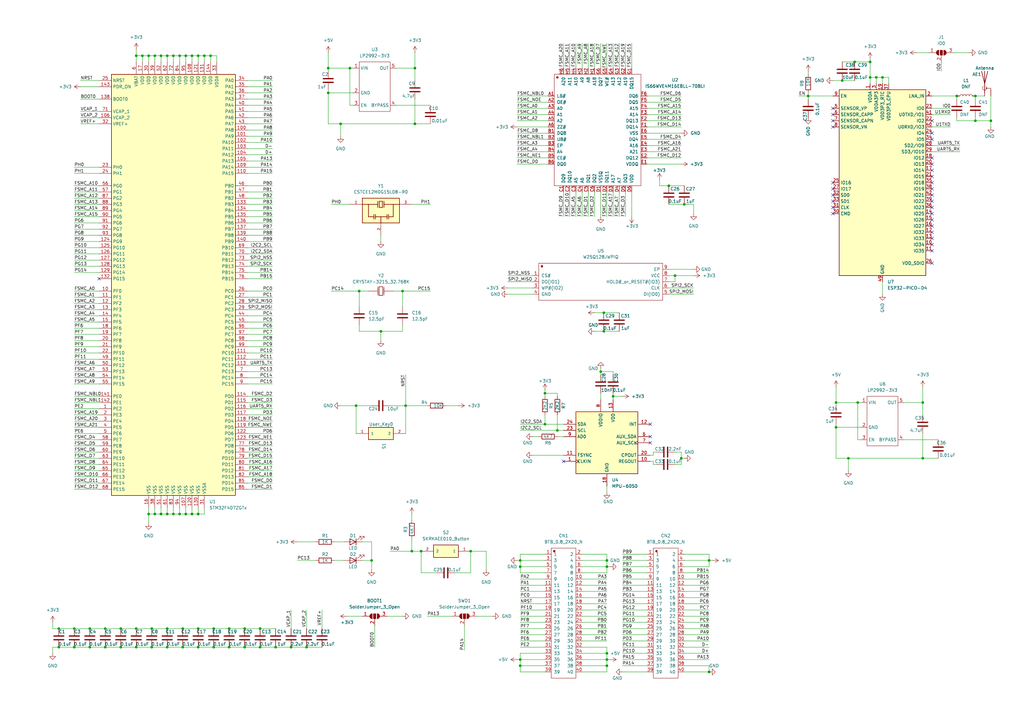
<source format=kicad_sch>
(kicad_sch (version 20211123) (generator eeschema)
  (paper "A3")
  (junction (at 78.74 22.86))
  (junction (at 361.95 31.75))
  (junction (at 93.98 257.81))
  (junction (at 30.48 265.43))
  (junction (at 55.88 265.43))
  (junction (at 331.47 39.37))
  (junction (at 74.93 265.43))
  (junction (at 152.4 229.87))
  (junction (at 170.18 27.94))
  (junction (at 248.92 229.87))
  (junction (at 93.98 265.43))
  (junction (at 342.9 165.1))
  (junction (at 392.43 39.37))
  (junction (at 223.52 173.99))
  (junction (at 24.13 265.43))
  (junction (at 347.98 187.96))
  (junction (at 68.58 22.86))
  (junction (at 60.96 210.82))
  (junction (at 87.63 257.81))
  (junction (at 58.42 22.86))
  (junction (at 74.93 257.81))
  (junction (at 400.05 39.37))
  (junction (at 81.28 210.82))
  (junction (at 63.5 22.86))
  (junction (at 193.04 226.06))
  (junction (at 247.65 135.89))
  (junction (at 83.82 22.86))
  (junction (at 76.2 22.86))
  (junction (at 49.53 257.81))
  (junction (at 43.18 265.43))
  (junction (at 246.38 152.4))
  (junction (at 356.87 31.75))
  (junction (at 66.04 210.82))
  (junction (at 247.65 128.27))
  (junction (at 165.1 119.38))
  (junction (at 78.74 210.82))
  (junction (at 276.86 113.03))
  (junction (at 213.36 273.05))
  (junction (at 351.79 165.1))
  (junction (at 68.58 265.43))
  (junction (at 30.48 257.81))
  (junction (at 73.66 22.86))
  (junction (at 274.32 76.2))
  (junction (at 213.36 270.51))
  (junction (at 106.68 257.81))
  (junction (at 125.73 265.43))
  (junction (at 156.21 135.89))
  (junction (at 342.9 175.26))
  (junction (at 290.83 229.87))
  (junction (at 63.5 210.82))
  (junction (at 66.04 22.86))
  (junction (at 345.44 33.02))
  (junction (at 400.05 49.53))
  (junction (at 73.66 210.82))
  (junction (at 68.58 210.82))
  (junction (at 147.32 119.38))
  (junction (at 378.46 187.96))
  (junction (at 106.68 265.43))
  (junction (at 71.12 22.86))
  (junction (at 228.6 176.53))
  (junction (at 119.38 265.43))
  (junction (at 280.67 83.82))
  (junction (at 134.62 27.94))
  (junction (at 248.92 267.97))
  (junction (at 146.05 166.37))
  (junction (at 76.2 210.82))
  (junction (at 43.18 257.81))
  (junction (at 55.88 257.81))
  (junction (at 71.12 210.82))
  (junction (at 378.46 165.1))
  (junction (at 248.92 273.05))
  (junction (at 87.63 265.43))
  (junction (at 113.03 265.43))
  (junction (at 49.53 265.43))
  (junction (at 248.92 232.41))
  (junction (at 36.83 265.43))
  (junction (at 213.36 232.41))
  (junction (at 172.72 226.06))
  (junction (at 24.13 257.81))
  (junction (at 251.46 162.56))
  (junction (at 134.62 38.1))
  (junction (at 81.28 265.43))
  (junction (at 62.23 265.43))
  (junction (at 81.28 257.81))
  (junction (at 55.88 22.86))
  (junction (at 62.23 257.81))
  (junction (at 100.33 265.43))
  (junction (at 81.28 22.86))
  (junction (at 248.92 270.51))
  (junction (at 350.52 25.4))
  (junction (at 406.4 49.53))
  (junction (at 143.51 27.94))
  (junction (at 359.41 31.75))
  (junction (at 290.83 275.59))
  (junction (at 168.91 226.06))
  (junction (at 213.36 229.87))
  (junction (at 170.18 50.8))
  (junction (at 68.58 257.81))
  (junction (at 223.52 161.29))
  (junction (at 356.87 25.4))
  (junction (at 36.83 257.81))
  (junction (at 139.7 50.8))
  (junction (at 100.33 257.81))
  (junction (at 166.37 166.37))
  (junction (at 279.4 187.96))
  (junction (at 86.36 22.86))
  (junction (at 60.96 22.86))
  (no_connect (at 382.27 54.61))
  (no_connect (at 382.27 57.15))
  (no_connect (at 382.27 82.55))
  (no_connect (at 382.27 80.01))
  (no_connect (at 382.27 77.47))
  (no_connect (at 382.27 74.93))
  (no_connect (at 382.27 72.39))
  (no_connect (at 382.27 69.85))
  (no_connect (at 382.27 67.31))
  (no_connect (at 382.27 64.77))
  (no_connect (at 382.27 85.09))
  (no_connect (at 266.7 173.99))
  (no_connect (at 40.64 114.3))
  (no_connect (at 382.27 49.53))
  (no_connect (at 341.63 44.45))
  (no_connect (at 341.63 52.07))
  (no_connect (at 341.63 49.53))
  (no_connect (at 341.63 46.99))
  (no_connect (at 382.27 107.95))
  (no_connect (at 382.27 102.87))
  (no_connect (at 382.27 100.33))
  (no_connect (at 382.27 97.79))
  (no_connect (at 382.27 95.25))
  (no_connect (at 382.27 92.71))
  (no_connect (at 382.27 90.17))
  (no_connect (at 382.27 87.63))
  (no_connect (at 231.14 189.23))
  (no_connect (at 266.7 181.61))
  (no_connect (at 266.7 179.07))
  (no_connect (at 341.63 87.63))
  (no_connect (at 341.63 74.93))
  (no_connect (at 341.63 77.47))
  (no_connect (at 341.63 80.01))
  (no_connect (at 341.63 82.55))
  (no_connect (at 341.63 85.09))
  (wire (pts (xy 101.6 88.9) (xy 111.76 88.9)))
  (wire (pts (xy 40.64 106.68) (xy 30.48 106.68)))
  (wire (pts (xy 223.52 160.02) (xy 223.52 161.29)))
  (wire (pts (xy 208.28 118.11) (xy 218.44 118.11)))
  (wire (pts (xy 212.09 270.51) (xy 213.36 270.51)))
  (wire (pts (xy 265.43 46.99) (xy 279.4 46.99)))
  (wire (pts (xy 100.33 257.81) (xy 106.68 257.81)))
  (wire (pts (xy 147.32 119.38) (xy 147.32 125.73)))
  (wire (pts (xy 265.43 52.07) (xy 279.4 52.07)))
  (wire (pts (xy 170.18 40.64) (xy 170.18 50.8)))
  (wire (pts (xy 212.09 49.53) (xy 224.79 49.53)))
  (wire (pts (xy 185.42 252.73) (xy 175.26 252.73)))
  (wire (pts (xy 212.09 59.69) (xy 224.79 59.69)))
  (wire (pts (xy 111.76 149.86) (xy 101.6 149.86)))
  (wire (pts (xy 137.16 222.25) (xy 140.97 222.25)))
  (wire (pts (xy 101.6 43.18) (xy 111.76 43.18)))
  (wire (pts (xy 24.13 265.43) (xy 30.48 265.43)))
  (wire (pts (xy 284.48 110.49) (xy 274.32 110.49)))
  (wire (pts (xy 342.9 165.1) (xy 342.9 166.37)))
  (wire (pts (xy 331.47 39.37) (xy 331.47 38.1)))
  (wire (pts (xy 406.4 39.37) (xy 406.4 49.53)))
  (wire (pts (xy 238.76 255.27) (xy 248.92 255.27)))
  (wire (pts (xy 78.74 210.82) (xy 81.28 210.82)))
  (wire (pts (xy 274.32 76.2) (xy 280.67 76.2)))
  (wire (pts (xy 30.48 86.36) (xy 40.64 86.36)))
  (wire (pts (xy 280.67 234.95) (xy 290.83 234.95)))
  (wire (pts (xy 389.89 52.07) (xy 382.27 52.07)))
  (wire (pts (xy 254 135.89) (xy 247.65 135.89)))
  (wire (pts (xy 233.68 17.78) (xy 233.68 27.94)))
  (wire (pts (xy 238.76 267.97) (xy 248.92 267.97)))
  (wire (pts (xy 356.87 34.29) (xy 356.87 31.75)))
  (wire (pts (xy 280.67 83.82) (xy 274.32 83.82)))
  (wire (pts (xy 276.86 185.42) (xy 279.4 185.42)))
  (wire (pts (xy 101.6 111.76) (xy 111.76 111.76)))
  (wire (pts (xy 248.92 242.57) (xy 238.76 242.57)))
  (wire (pts (xy 30.48 175.26) (xy 40.64 175.26)))
  (wire (pts (xy 265.43 67.31) (xy 279.4 67.31)))
  (wire (pts (xy 250.19 232.41) (xy 248.92 232.41)))
  (wire (pts (xy 213.36 237.49) (xy 223.52 237.49)))
  (wire (pts (xy 66.04 208.28) (xy 66.04 210.82)))
  (wire (pts (xy 265.43 262.89) (xy 255.27 262.89)))
  (wire (pts (xy 359.41 31.75) (xy 359.41 34.29)))
  (wire (pts (xy 33.02 50.8) (xy 40.64 50.8)))
  (wire (pts (xy 111.76 175.26) (xy 101.6 175.26)))
  (wire (pts (xy 247.65 128.27) (xy 254 128.27)))
  (wire (pts (xy 68.58 257.81) (xy 74.93 257.81)))
  (wire (pts (xy 347.98 187.96) (xy 378.46 187.96)))
  (wire (pts (xy 165.1 252.73) (xy 158.75 252.73)))
  (wire (pts (xy 121.92 229.87) (xy 129.54 229.87)))
  (wire (pts (xy 30.48 76.2) (xy 40.64 76.2)))
  (wire (pts (xy 397.51 21.59) (xy 391.16 21.59)))
  (wire (pts (xy 213.36 227.33) (xy 213.36 229.87)))
  (wire (pts (xy 228.6 170.18) (xy 228.6 176.53)))
  (wire (pts (xy 238.76 229.87) (xy 248.92 229.87)))
  (wire (pts (xy 280.67 252.73) (xy 290.83 252.73)))
  (wire (pts (xy 243.84 135.89) (xy 247.65 135.89)))
  (wire (pts (xy 342.9 175.26) (xy 353.06 175.26)))
  (wire (pts (xy 30.48 119.38) (xy 40.64 119.38)))
  (wire (pts (xy 68.58 22.86) (xy 68.58 25.4)))
  (wire (pts (xy 280.67 242.57) (xy 290.83 242.57)))
  (wire (pts (xy 30.48 193.04) (xy 40.64 193.04)))
  (wire (pts (xy 33.02 45.72) (xy 40.64 45.72)))
  (wire (pts (xy 280.67 275.59) (xy 290.83 275.59)))
  (wire (pts (xy 389.89 44.45) (xy 382.27 44.45)))
  (wire (pts (xy 62.23 257.81) (xy 68.58 257.81)))
  (wire (pts (xy 101.6 58.42) (xy 111.76 58.42)))
  (wire (pts (xy 30.48 195.58) (xy 40.64 195.58)))
  (wire (pts (xy 73.66 208.28) (xy 73.66 210.82)))
  (wire (pts (xy 284.48 120.65) (xy 274.32 120.65)))
  (wire (pts (xy 331.47 39.37) (xy 341.63 39.37)))
  (wire (pts (xy 186.69 234.95) (xy 193.04 234.95)))
  (wire (pts (xy 101.6 91.44) (xy 111.76 91.44)))
  (wire (pts (xy 213.36 173.99) (xy 223.52 173.99)))
  (wire (pts (xy 30.48 88.9) (xy 40.64 88.9)))
  (wire (pts (xy 74.93 265.43) (xy 81.28 265.43)))
  (wire (pts (xy 238.76 275.59) (xy 248.92 275.59)))
  (wire (pts (xy 361.95 31.75) (xy 364.49 31.75)))
  (wire (pts (xy 231.14 88.9) (xy 231.14 78.74)))
  (wire (pts (xy 265.43 237.49) (xy 255.27 237.49)))
  (wire (pts (xy 111.76 172.72) (xy 101.6 172.72)))
  (wire (pts (xy 30.48 147.32) (xy 40.64 147.32)))
  (wire (pts (xy 170.18 21.59) (xy 170.18 27.94)))
  (wire (pts (xy 147.32 133.35) (xy 147.32 135.89)))
  (wire (pts (xy 212.09 54.61) (xy 224.79 54.61)))
  (wire (pts (xy 406.4 49.53) (xy 406.4 52.07)))
  (wire (pts (xy 40.64 99.06) (xy 30.48 99.06)))
  (wire (pts (xy 238.76 17.78) (xy 238.76 27.94)))
  (wire (pts (xy 86.36 22.86) (xy 86.36 25.4)))
  (wire (pts (xy 134.62 27.94) (xy 134.62 29.21)))
  (wire (pts (xy 248.92 227.33) (xy 248.92 229.87)))
  (wire (pts (xy 248.92 17.78) (xy 248.92 27.94)))
  (wire (pts (xy 30.48 185.42) (xy 40.64 185.42)))
  (wire (pts (xy 49.53 257.81) (xy 55.88 257.81)))
  (wire (pts (xy 342.9 173.99) (xy 342.9 175.26)))
  (wire (pts (xy 142.24 252.73) (xy 148.59 252.73)))
  (wire (pts (xy 223.52 170.18) (xy 223.52 173.99)))
  (wire (pts (xy 251.46 162.56) (xy 251.46 163.83)))
  (wire (pts (xy 292.1 229.87) (xy 290.83 229.87)))
  (wire (pts (xy 266.7 189.23) (xy 267.97 189.23)))
  (wire (pts (xy 161.29 119.38) (xy 165.1 119.38)))
  (wire (pts (xy 40.64 101.6) (xy 30.48 101.6)))
  (wire (pts (xy 78.74 22.86) (xy 81.28 22.86)))
  (wire (pts (xy 223.52 275.59) (xy 213.36 275.59)))
  (wire (pts (xy 30.48 187.96) (xy 40.64 187.96)))
  (wire (pts (xy 393.7 62.23) (xy 382.27 62.23)))
  (wire (pts (xy 76.2 22.86) (xy 78.74 22.86)))
  (wire (pts (xy 284.48 118.11) (xy 274.32 118.11)))
  (wire (pts (xy 280.67 270.51) (xy 290.83 270.51)))
  (wire (pts (xy 62.23 265.43) (xy 68.58 265.43)))
  (wire (pts (xy 265.43 59.69) (xy 279.4 59.69)))
  (wire (pts (xy 30.48 180.34) (xy 40.64 180.34)))
  (wire (pts (xy 248.92 262.89) (xy 238.76 262.89)))
  (wire (pts (xy 378.46 165.1) (xy 378.46 170.18)))
  (wire (pts (xy 101.6 40.64) (xy 111.76 40.64)))
  (wire (pts (xy 30.48 83.82) (xy 40.64 83.82)))
  (wire (pts (xy 248.92 265.43) (xy 248.92 267.97)))
  (wire (pts (xy 40.64 93.98) (xy 30.48 93.98)))
  (wire (pts (xy 248.92 275.59) (xy 248.92 273.05)))
  (wire (pts (xy 212.09 41.91) (xy 224.79 41.91)))
  (wire (pts (xy 370.84 180.34) (xy 384.81 180.34)))
  (wire (pts (xy 55.88 20.32) (xy 55.88 22.86)))
  (wire (pts (xy 30.48 265.43) (xy 36.83 265.43)))
  (wire (pts (xy 30.48 121.92) (xy 40.64 121.92)))
  (wire (pts (xy 265.43 62.23) (xy 279.4 62.23)))
  (wire (pts (xy 213.36 247.65) (xy 223.52 247.65)))
  (wire (pts (xy 101.6 104.14) (xy 111.76 104.14)))
  (wire (pts (xy 254 88.9) (xy 254 78.74)))
  (wire (pts (xy 201.93 252.73) (xy 195.58 252.73)))
  (wire (pts (xy 49.53 265.43) (xy 55.88 265.43)))
  (wire (pts (xy 290.83 227.33) (xy 290.83 229.87)))
  (wire (pts (xy 393.7 59.69) (xy 382.27 59.69)))
  (wire (pts (xy 30.48 129.54) (xy 40.64 129.54)))
  (wire (pts (xy 134.62 38.1) (xy 134.62 50.8)))
  (wire (pts (xy 251.46 17.78) (xy 251.46 27.94)))
  (wire (pts (xy 246.38 152.4) (xy 251.46 152.4)))
  (wire (pts (xy 223.52 257.81) (xy 213.36 257.81)))
  (wire (pts (xy 236.22 88.9) (xy 236.22 78.74)))
  (wire (pts (xy 238.76 237.49) (xy 248.92 237.49)))
  (wire (pts (xy 172.72 234.95) (xy 172.72 226.06)))
  (wire (pts (xy 63.5 22.86) (xy 66.04 22.86)))
  (wire (pts (xy 392.43 39.37) (xy 392.43 40.64)))
  (wire (pts (xy 151.13 119.38) (xy 147.32 119.38)))
  (wire (pts (xy 265.43 229.87) (xy 255.27 229.87)))
  (wire (pts (xy 280.67 245.11) (xy 290.83 245.11)))
  (wire (pts (xy 246.38 151.13) (xy 246.38 152.4)))
  (wire (pts (xy 30.48 165.1) (xy 40.64 165.1)))
  (wire (pts (xy 265.43 49.53) (xy 279.4 49.53)))
  (wire (pts (xy 265.43 245.11) (xy 255.27 245.11)))
  (wire (pts (xy 392.43 49.53) (xy 400.05 49.53)))
  (wire (pts (xy 193.04 234.95) (xy 193.04 226.06)))
  (wire (pts (xy 248.92 88.9) (xy 248.92 78.74)))
  (wire (pts (xy 152.4 229.87) (xy 152.4 233.68)))
  (wire (pts (xy 71.12 208.28) (xy 71.12 210.82)))
  (wire (pts (xy 93.98 265.43) (xy 100.33 265.43)))
  (wire (pts (xy 101.6 152.4) (xy 111.76 152.4)))
  (wire (pts (xy 265.43 44.45) (xy 279.4 44.45)))
  (wire (pts (xy 228.6 179.07) (xy 231.14 179.07)))
  (wire (pts (xy 353.06 165.1) (xy 351.79 165.1)))
  (wire (pts (xy 246.38 78.74) (xy 246.38 88.9)))
  (wire (pts (xy 63.5 208.28) (xy 63.5 210.82)))
  (wire (pts (xy 342.9 187.96) (xy 347.98 187.96)))
  (wire (pts (xy 55.88 257.81) (xy 62.23 257.81)))
  (wire (pts (xy 327.66 39.37) (xy 331.47 39.37)))
  (wire (pts (xy 255.27 275.59) (xy 265.43 275.59)))
  (wire (pts (xy 135.89 119.38) (xy 147.32 119.38)))
  (wire (pts (xy 276.86 115.57) (xy 276.86 113.03)))
  (wire (pts (xy 274.32 115.57) (xy 276.86 115.57)))
  (wire (pts (xy 101.6 93.98) (xy 111.76 93.98)))
  (wire (pts (xy 248.92 245.11) (xy 238.76 245.11)))
  (wire (pts (xy 280.67 240.03) (xy 290.83 240.03)))
  (wire (pts (xy 30.48 154.94) (xy 40.64 154.94)))
  (wire (pts (xy 40.64 104.14) (xy 30.48 104.14)))
  (wire (pts (xy 134.62 38.1) (xy 144.78 38.1)))
  (wire (pts (xy 212.09 57.15) (xy 224.79 57.15)))
  (wire (pts (xy 40.64 137.16) (xy 30.48 137.16)))
  (wire (pts (xy 30.48 200.66) (xy 40.64 200.66)))
  (wire (pts (xy 43.18 257.81) (xy 49.53 257.81)))
  (wire (pts (xy 30.48 167.64) (xy 40.64 167.64)))
  (wire (pts (xy 400.05 49.53) (xy 406.4 49.53)))
  (wire (pts (xy 254 17.78) (xy 254 27.94)))
  (wire (pts (xy 71.12 22.86) (xy 73.66 22.86)))
  (wire (pts (xy 76.2 208.28) (xy 76.2 210.82)))
  (wire (pts (xy 238.76 265.43) (xy 248.92 265.43)))
  (wire (pts (xy 270.51 73.66) (xy 270.51 76.2)))
  (wire (pts (xy 132.08 250.19) (xy 132.08 257.81)))
  (wire (pts (xy 66.04 22.86) (xy 66.04 25.4)))
  (wire (pts (xy 30.48 177.8) (xy 40.64 177.8)))
  (wire (pts (xy 213.36 176.53) (xy 228.6 176.53)))
  (wire (pts (xy 30.48 162.56) (xy 40.64 162.56)))
  (wire (pts (xy 284.48 113.03) (xy 276.86 113.03)))
  (wire (pts (xy 246.38 152.4) (xy 246.38 153.67)))
  (wire (pts (xy 251.46 161.29) (xy 251.46 162.56)))
  (wire (pts (xy 101.6 83.82) (xy 111.76 83.82)))
  (wire (pts (xy 100.33 265.43) (xy 106.68 265.43)))
  (wire (pts (xy 342.9 175.26) (xy 342.9 187.96)))
  (wire (pts (xy 248.92 229.87) (xy 248.92 232.41)))
  (wire (pts (xy 251.46 88.9) (xy 251.46 78.74)))
  (wire (pts (xy 30.48 127) (xy 40.64 127)))
  (wire (pts (xy 284.48 83.82) (xy 280.67 83.82)))
  (wire (pts (xy 101.6 78.74) (xy 111.76 78.74)))
  (wire (pts (xy 342.9 165.1) (xy 351.79 165.1)))
  (wire (pts (xy 101.6 109.22) (xy 111.76 109.22)))
  (wire (pts (xy 213.36 273.05) (xy 213.36 270.51)))
  (wire (pts (xy 265.43 232.41) (xy 255.27 232.41)))
  (wire (pts (xy 111.76 132.08) (xy 101.6 132.08)))
  (wire (pts (xy 40.64 111.76) (xy 30.48 111.76)))
  (wire (pts (xy 111.76 127) (xy 101.6 127)))
  (wire (pts (xy 238.76 88.9) (xy 238.76 78.74)))
  (wire (pts (xy 40.64 96.52) (xy 30.48 96.52)))
  (wire (pts (xy 265.43 234.95) (xy 255.27 234.95)))
  (wire (pts (xy 30.48 182.88) (xy 40.64 182.88)))
  (wire (pts (xy 111.76 198.12) (xy 101.6 198.12)))
  (wire (pts (xy 199.39 226.06) (xy 199.39 233.68)))
  (wire (pts (xy 30.48 81.28) (xy 40.64 81.28)))
  (wire (pts (xy 36.83 257.81) (xy 43.18 257.81)))
  (wire (pts (xy 55.88 22.86) (xy 58.42 22.86)))
  (wire (pts (xy 392.43 49.53) (xy 392.43 48.26)))
  (wire (pts (xy 208.28 120.65) (xy 218.44 120.65)))
  (wire (pts (xy 213.36 267.97) (xy 213.36 270.51)))
  (wire (pts (xy 66.04 22.86) (xy 68.58 22.86)))
  (wire (pts (xy 40.64 142.24) (xy 30.48 142.24)))
  (wire (pts (xy 347.98 187.96) (xy 347.98 193.04)))
  (wire (pts (xy 179.07 234.95) (xy 172.72 234.95)))
  (wire (pts (xy 265.43 54.61) (xy 279.4 54.61)))
  (wire (pts (xy 223.52 255.27) (xy 213.36 255.27)))
  (wire (pts (xy 280.67 267.97) (xy 290.83 267.97)))
  (wire (pts (xy 378.46 187.96) (xy 384.81 187.96)))
  (wire (pts (xy 81.28 22.86) (xy 83.82 22.86)))
  (wire (pts (xy 248.92 252.73) (xy 238.76 252.73)))
  (wire (pts (xy 386.08 29.21) (xy 386.08 25.4)))
  (wire (pts (xy 111.76 165.1) (xy 101.6 165.1)))
  (wire (pts (xy 78.74 22.86) (xy 78.74 25.4)))
  (wire (pts (xy 165.1 119.38) (xy 176.53 119.38)))
  (wire (pts (xy 266.7 186.69) (xy 267.97 186.69)))
  (wire (pts (xy 134.62 50.8) (xy 139.7 50.8)))
  (wire (pts (xy 60.96 210.82) (xy 60.96 214.63)))
  (wire (pts (xy 81.28 210.82) (xy 83.82 210.82)))
  (wire (pts (xy 68.58 208.28) (xy 68.58 210.82)))
  (wire (pts (xy 248.92 267.97) (xy 248.92 270.51)))
  (wire (pts (xy 290.83 273.05) (xy 290.83 275.59)))
  (wire (pts (xy 213.36 234.95) (xy 213.36 232.41)))
  (wire (pts (xy 238.76 232.41) (xy 248.92 232.41)))
  (wire (pts (xy 265.43 250.19) (xy 255.27 250.19)))
  (wire (pts (xy 280.67 265.43) (xy 290.83 265.43)))
  (wire (pts (xy 280.67 250.19) (xy 290.83 250.19)))
  (wire (pts (xy 359.41 31.75) (xy 361.95 31.75)))
  (wire (pts (xy 101.6 177.8) (xy 111.76 177.8)))
  (wire (pts (xy 111.76 129.54) (xy 101.6 129.54)))
  (wire (pts (xy 101.6 63.5) (xy 111.76 63.5)))
  (wire (pts (xy 101.6 137.16) (xy 111.76 137.16)))
  (wire (pts (xy 125.73 250.19) (xy 125.73 257.81)))
  (wire (pts (xy 111.76 193.04) (xy 101.6 193.04)))
  (wire (pts (xy 228.6 176.53) (xy 231.14 176.53)))
  (wire (pts (xy 356.87 25.4) (xy 356.87 31.75)))
  (wire (pts (xy 101.6 101.6) (xy 111.76 101.6)))
  (wire (pts (xy 345.44 33.02) (xy 350.52 33.02)))
  (wire (pts (xy 81.28 257.81) (xy 87.63 257.81)))
  (wire (pts (xy 71.12 210.82) (xy 73.66 210.82)))
  (wire (pts (xy 212.09 44.45) (xy 224.79 44.45)))
  (wire (pts (xy 345.44 25.4) (xy 350.52 25.4)))
  (wire (pts (xy 81.28 208.28) (xy 81.28 210.82)))
  (wire (pts (xy 233.68 88.9) (xy 233.68 78.74)))
  (wire (pts (xy 223.52 250.19) (xy 213.36 250.19)))
  (wire (pts (xy 111.76 119.38) (xy 101.6 119.38)))
  (wire (pts (xy 223.52 252.73) (xy 213.36 252.73)))
  (wire (pts (xy 265.43 267.97) (xy 255.27 267.97)))
  (wire (pts (xy 40.64 91.44) (xy 30.48 91.44)))
  (wire (pts (xy 361.95 120.65) (xy 361.95 115.57)))
  (wire (pts (xy 280.67 232.41) (xy 290.83 232.41)))
  (wire (pts (xy 101.6 142.24) (xy 111.76 142.24)))
  (wire (pts (xy 238.76 270.51) (xy 248.92 270.51)))
  (wire (pts (xy 113.03 265.43) (xy 106.68 265.43)))
  (wire (pts (xy 36.83 265.43) (xy 43.18 265.43)))
  (wire (pts (xy 153.67 256.54) (xy 153.67 265.43)))
  (wire (pts (xy 165.1 133.35) (xy 165.1 135.89)))
  (wire (pts (xy 144.78 27.94) (xy 143.51 27.94)))
  (wire (pts (xy 265.43 255.27) (xy 255.27 255.27)))
  (wire (pts (xy 176.53 83.82) (xy 168.91 83.82)))
  (wire (pts (xy 248.92 234.95) (xy 248.92 232.41)))
  (wire (pts (xy 87.63 265.43) (xy 93.98 265.43)))
  (wire (pts (xy 364.49 31.75) (xy 364.49 34.29)))
  (wire (pts (xy 30.48 124.46) (xy 40.64 124.46)))
  (wire (pts (xy 111.76 185.42) (xy 101.6 185.42)))
  (wire (pts (xy 86.36 22.86) (xy 88.9 22.86)))
  (wire (pts (xy 30.48 132.08) (xy 40.64 132.08)))
  (wire (pts (xy 238.76 247.65) (xy 248.92 247.65)))
  (wire (pts (xy 238.76 227.33) (xy 248.92 227.33)))
  (wire (pts (xy 350.52 25.4) (xy 356.87 25.4)))
  (wire (pts (xy 265.43 273.05) (xy 255.27 273.05)))
  (wire (pts (xy 81.28 265.43) (xy 87.63 265.43)))
  (wire (pts (xy 213.36 245.11) (xy 223.52 245.11)))
  (wire (pts (xy 251.46 152.4) (xy 251.46 153.67)))
  (wire (pts (xy 267.97 190.5) (xy 269.24 190.5)))
  (wire (pts (xy 101.6 50.8) (xy 111.76 50.8)))
  (wire (pts (xy 331.47 40.64) (xy 331.47 39.37)))
  (wire (pts (xy 83.82 208.28) (xy 83.82 210.82)))
  (wire (pts (xy 134.62 27.94) (xy 143.51 27.94)))
  (wire (pts (xy 152.4 166.37) (xy 146.05 166.37)))
  (wire (pts (xy 375.92 21.59) (xy 381 21.59)))
  (wire (pts (xy 265.43 57.15) (xy 279.4 57.15)))
  (wire (pts (xy 156.21 99.06) (xy 156.21 96.52)))
  (wire (pts (xy 166.37 166.37) (xy 160.02 166.37)))
  (wire (pts (xy 101.6 53.34) (xy 111.76 53.34)))
  (wire (pts (xy 265.43 240.03) (xy 255.27 240.03)))
  (wire (pts (xy 243.84 128.27) (xy 247.65 128.27)))
  (wire (pts (xy 256.54 17.78) (xy 256.54 27.94)))
  (wire (pts (xy 101.6 60.96) (xy 111.76 60.96)))
  (wire (pts (xy 73.66 22.86) (xy 76.2 22.86)))
  (wire (pts (xy 87.63 257.81) (xy 93.98 257.81)))
  (wire (pts (xy 76.2 22.86) (xy 76.2 25.4)))
  (wire (pts (xy 30.48 157.48) (xy 40.64 157.48)))
  (wire (pts (xy 101.6 68.58) (xy 111.76 68.58)))
  (wire (pts (xy 213.36 240.03) (xy 223.52 240.03)))
  (wire (pts (xy 248.92 250.19) (xy 238.76 250.19)))
  (wire (pts (xy 246.38 17.78) (xy 246.38 27.94)))
  (wire (pts (xy 170.18 50.8) (xy 176.53 50.8)))
  (wire (pts (xy 166.37 153.67) (xy 166.37 166.37)))
  (wire (pts (xy 101.6 157.48) (xy 111.76 157.48)))
  (wire (pts (xy 280.67 273.05) (xy 290.83 273.05)))
  (wire (pts (xy 33.02 35.56) (xy 40.64 35.56)))
  (wire (pts (xy 212.09 67.31) (xy 224.79 67.31)))
  (wire (pts (xy 101.6 134.62) (xy 111.76 134.62)))
  (wire (pts (xy 228.6 161.29) (xy 223.52 161.29)))
  (wire (pts (xy 125.73 265.43) (xy 132.08 265.43)))
  (wire (pts (xy 165.1 119.38) (xy 165.1 125.73)))
  (wire (pts (xy 218.44 179.07) (xy 220.98 179.07)))
  (wire (pts (xy 341.63 33.02) (xy 345.44 33.02)))
  (wire (pts (xy 160.02 226.06) (xy 168.91 226.06)))
  (wire (pts (xy 40.64 139.7) (xy 30.48 139.7)))
  (wire (pts (xy 146.05 166.37) (xy 139.7 166.37)))
  (wire (pts (xy 400.05 39.37) (xy 403.86 39.37)))
  (wire (pts (xy 30.48 257.81) (xy 36.83 257.81)))
  (wire (pts (xy 62.23 265.43) (xy 55.88 265.43)))
  (wire (pts (xy 238.76 260.35) (xy 248.92 260.35)))
  (wire (pts (xy 243.84 88.9) (xy 243.84 78.74)))
  (wire (pts (xy 276.86 113.03) (xy 274.32 113.03)))
  (wire (pts (xy 250.19 270.51) (xy 248.92 270.51)))
  (wire (pts (xy 101.6 99.06) (xy 111.76 99.06)))
  (wire (pts (xy 30.48 78.74) (xy 40.64 78.74)))
  (wire (pts (xy 223.52 161.29) (xy 223.52 162.56)))
  (wire (pts (xy 265.43 39.37) (xy 279.4 39.37)))
  (wire (pts (xy 265.43 227.33) (xy 255.27 227.33)))
  (wire (pts (xy 101.6 66.04) (xy 111.76 66.04)))
  (wire (pts (xy 265.43 41.91) (xy 279.4 41.91)))
  (wire (pts (xy 93.98 257.81) (xy 100.33 257.81)))
  (wire (pts (xy 21.59 255.27) (xy 21.59 257.81)))
  (wire (pts (xy 265.43 64.77) (xy 279.4 64.77)))
  (wire (pts (xy 101.6 71.12) (xy 111.76 71.12)))
  (wire (pts (xy 68.58 22.86) (xy 71.12 22.86)))
  (wire (pts (xy 111.76 35.56) (xy 101.6 35.56)))
  (wire (pts (xy 137.16 229.87) (xy 140.97 229.87)))
  (wire (pts (xy 280.67 237.49) (xy 290.83 237.49)))
  (wire (pts (xy 389.89 46.99) (xy 382.27 46.99)))
  (wire (pts (xy 212.09 46.99) (xy 224.79 46.99)))
  (wire (pts (xy 259.08 88.9) (xy 259.08 78.74)))
  (wire (pts (xy 60.96 22.86) (xy 63.5 22.86)))
  (wire (pts (xy 223.52 234.95) (xy 213.36 234.95)))
  (wire (pts (xy 231.14 17.78) (xy 231.14 27.94)))
  (wire (pts (xy 223.52 267.97) (xy 213.36 267.97)))
  (wire (pts (xy 279.4 187.96) (xy 280.67 187.96)))
  (wire (pts (xy 73.66 22.86) (xy 73.66 25.4)))
  (wire (pts (xy 213.36 265.43) (xy 223.52 265.43)))
  (wire (pts (xy 213.36 242.57) (xy 223.52 242.57)))
  (wire (pts (xy 265.43 257.81) (xy 255.27 257.81)))
  (wire (pts (xy 101.6 33.02) (xy 111.76 33.02)))
  (wire (pts (xy 378.46 158.75) (xy 378.46 165.1)))
  (wire (pts (xy 223.52 270.51) (xy 213.36 270.51)))
  (wire (pts (xy 280.67 229.87) (xy 290.83 229.87)))
  (wire (pts (xy 256.54 88.9) (xy 256.54 78.74)))
  (wire (pts (xy 280.67 260.35) (xy 290.83 260.35)))
  (wire (pts (xy 265.43 247.65) (xy 255.27 247.65)))
  (wire (pts (xy 143.51 43.18) (xy 143.51 27.94)))
  (wire (pts (xy 30.48 190.5) (xy 40.64 190.5)))
  (wire (pts (xy 111.76 45.72) (xy 101.6 45.72)))
  (wire (pts (xy 270.51 76.2) (xy 274.32 76.2)))
  (wire (pts (xy 68.58 210.82) (xy 71.12 210.82)))
  (wire (pts (xy 223.52 232.41) (xy 213.36 232.41)))
  (wire (pts (xy 238.76 234.95) (xy 248.92 234.95)))
  (wire (pts (xy 212.09 62.23) (xy 224.79 62.23)))
  (wire (pts (xy 162.56 27.94) (xy 170.18 27.94)))
  (wire (pts (xy 111.76 180.34) (xy 101.6 180.34)))
  (wire (pts (xy 101.6 139.7) (xy 111.76 139.7)))
  (wire (pts (xy 290.83 232.41) (xy 290.83 229.87)))
  (wire (pts (xy 111.76 195.58) (xy 101.6 195.58)))
  (wire (pts (xy 284.48 87.63) (xy 284.48 83.82)))
  (wire (pts (xy 146.05 166.37) (xy 146.05 177.8)))
  (wire (pts (xy 21.59 265.43) (xy 21.59 267.97)))
  (wire (pts (xy 111.76 200.66) (xy 101.6 200.66)))
  (wire (pts (xy 259.08 17.78) (xy 259.08 27.94)))
  (wire (pts (xy 238.76 240.03) (xy 248.92 240.03)))
  (wire (pts (xy 187.96 166.37) (xy 182.88 166.37)))
  (wire (pts (xy 66.04 210.82) (xy 68.58 210.82)))
  (wire (pts (xy 30.48 68.58) (xy 40.64 68.58)))
  (wire (pts (xy 223.52 273.05) (xy 213.36 273.05)))
  (wire (pts (xy 156.21 135.89) (xy 165.1 135.89)))
  (wire (pts (xy 162.56 43.18) (xy 176.53 43.18)))
  (wire (pts (xy 280.67 227.33) (xy 290.83 227.33)))
  (wire (pts (xy 58.42 25.4) (xy 58.42 22.86)))
  (wire (pts (xy 111.76 48.26) (xy 101.6 48.26)))
  (wire (pts (xy 168.91 210.82) (xy 168.91 213.36)))
  (wire (pts (xy 135.89 83.82) (xy 143.51 83.82)))
  (wire (pts (xy 111.76 121.92) (xy 101.6 121.92)))
  (wire (pts (xy 74.93 257.81) (xy 81.28 257.81)))
  (wire (pts (xy 101.6 96.52) (xy 111.76 96.52)))
  (wire (pts (xy 40.64 109.22) (xy 30.48 109.22)))
  (wire (pts (xy 60.96 25.4) (xy 60.96 22.86)))
  (wire (pts (xy 280.67 247.65) (xy 290.83 247.65)))
  (wire (pts (xy 236.22 17.78) (xy 236.22 27.94)))
  (wire (pts (xy 175.26 166.37) (xy 166.37 166.37)))
  (wire (pts (xy 30.48 149.86) (xy 40.64 149.86)))
  (wire (pts (xy 213.36 262.89) (xy 223.52 262.89)))
  (wire (pts (xy 101.6 55.88) (xy 111.76 55.88)))
  (wire (pts (xy 280.67 262.89) (xy 290.83 262.89)))
  (wire (pts (xy 208.28 115.57) (xy 218.44 115.57)))
  (wire (pts (xy 68.58 265.43) (xy 74.93 265.43)))
  (wire (pts (xy 212.09 52.07) (xy 224.79 52.07)))
  (wire (pts (xy 168.91 220.98) (xy 168.91 226.06)))
  (wire (pts (xy 40.64 134.62) (xy 30.48 134.62)))
  (wire (pts (xy 60.96 208.28) (xy 60.96 210.82)))
  (wire (pts (xy 265.43 270.51) (xy 255.27 270.51)))
  (wire (pts (xy 58.42 22.86) (xy 60.96 22.86)))
  (wire (pts (xy 30.48 71.12) (xy 40.64 71.12)))
  (wire (pts (xy 400.05 39.37) (xy 400.05 40.64)))
  (wire (pts (xy 113.03 265.43) (xy 119.38 265.43)))
  (wire (pts (xy 248.92 273.05) (xy 248.92 270.51)))
  (wire (pts (xy 241.3 17.78) (xy 241.3 27.94)))
  (wire (pts (xy 139.7 50.8) (xy 170.18 50.8)))
  (wire (pts (xy 267.97 189.23) (xy 267.97 190.5)))
  (wire (pts (xy 361.95 31.75) (xy 361.95 34.29)))
  (wire (pts (xy 223.52 229.87) (xy 213.36 229.87)))
  (wire (pts (xy 356.87 31.75) (xy 359.41 31.75)))
  (wire (pts (xy 63.5 210.82) (xy 66.04 210.82)))
  (wire (pts (xy 121.92 222.25) (xy 129.54 222.25)))
  (wire (pts (xy 212.09 39.37) (xy 224.79 39.37)))
  (wire (pts (xy 351.79 180.34) (xy 351.79 165.1)))
  (wire (pts (xy 71.12 22.86) (xy 71.12 25.4)))
  (wire (pts (xy 265.43 260.35) (xy 255.27 260.35)))
  (wire (pts (xy 168.91 226.06) (xy 172.72 226.06)))
  (wire (pts (xy 111.76 124.46) (xy 101.6 124.46)))
  (wire (pts (xy 280.67 255.27) (xy 290.83 255.27)))
  (wire (pts (xy 30.48 172.72) (xy 40.64 172.72)))
  (wire (pts (xy 30.48 170.18) (xy 40.64 170.18)))
  (wire (pts (xy 101.6 86.36) (xy 111.76 86.36)))
  (wire (pts (xy 265.43 252.73) (xy 255.27 252.73)))
  (wire (pts (xy 378.46 177.8) (xy 378.46 187.96)))
  (wire (pts (xy 243.84 17.78) (xy 243.84 27.94)))
  (wire (pts (xy 55.88 25.4) (xy 55.88 22.86)))
  (wire (pts (xy 81.28 22.86) (xy 81.28 25.4)))
  (wire (pts (xy 139.7 50.8) (xy 139.7 55.88)))
  (wire (pts (xy 30.48 152.4) (xy 40.64 152.4)))
  (wire (pts (xy 21.59 257.81) (xy 24.13 257.81)))
  (wire (pts (xy 101.6 154.94) (xy 111.76 154.94)))
  (wire (pts (xy 83.82 22.86) (xy 86.36 22.86)))
  (wire (pts (xy 101.6 170.18) (xy 111.76 170.18)))
  (wire (pts (xy 119.38 250.19) (xy 119.38 257.81)))
  (wire (pts (xy 111.76 187.96) (xy 101.6 187.96)))
  (wire (pts (xy 78.74 208.28) (xy 78.74 210.82)))
  (wire (pts (xy 265.43 265.43) (xy 255.27 265.43)))
  (wire (pts (xy 353.06 180.34) (xy 351.79 180.34)))
  (wire (pts (xy 212.09 64.77) (xy 224.79 64.77)))
  (wire (pts (xy 148.59 229.87) (xy 152.4 229.87)))
  (wire (pts (xy 101.6 76.2) (xy 111.76 76.2)))
  (wire (pts (xy 208.28 113.03) (xy 218.44 113.03)))
  (wire (pts (xy 238.76 257.81) (xy 248.92 257.81)))
  (wire (pts (xy 331.47 29.21) (xy 331.47 30.48)))
  (wire (pts (xy 267.97 185.42) (xy 269.24 185.42)))
  (wire (pts (xy 76.2 210.82) (xy 78.74 210.82)))
  (wire (pts (xy 101.6 144.78) (xy 111.76 144.78)))
  (wire (pts (xy 265.43 242.57) (xy 255.27 242.57)))
  (wire (pts (xy 213.36 232.41) (xy 213.36 229.87)))
  (wire (pts (xy 60.96 210.82) (xy 63.5 210.82)))
  (wire (pts (xy 267.97 186.69) (xy 267.97 185.42)))
  (wire (pts (xy 111.76 162.56) (xy 101.6 162.56)))
  (wire (pts (xy 152.4 222.25) (xy 152.4 229.87)))
  (wire (pts (xy 101.6 114.3) (xy 111.76 114.3)))
  (wire (pts (xy 40.64 144.78) (xy 30.48 144.78)))
  (wire (pts (xy 223.52 260.35) (xy 213.36 260.35)))
  (wire (pts (xy 342.9 158.75) (xy 342.9 165.1)))
  (wire (pts (xy 33.02 40.64) (xy 40.64 40.64)))
  (wire (pts (xy 33.02 33.02) (xy 40.64 33.02)))
  (wire (pts (xy 101.6 147.32) (xy 111.76 147.32)))
  (wire (pts (xy 101.6 106.68) (xy 111.76 106.68)))
  (wire (pts (xy 218.44 186.69) (xy 231.14 186.69)))
  (wire (pts (xy 88.9 22.86) (xy 88.9 25.4)))
  (wire (pts (xy 400.05 48.26) (xy 400.05 49.53)))
  (wire (pts (xy 147.32 135.89) (xy 156.21 135.89)))
  (wire (pts (xy 83.82 22.86) (xy 83.82 25.4)))
  (wire (pts (xy 156.21 139.7) (xy 156.21 135.89)))
  (wire (pts (xy 24.13 257.81) (xy 30.48 257.81)))
  (wire (pts (xy 279.4 187.96) (xy 279.4 190.5)))
  (wire (pts (xy 248.92 199.39) (xy 248.92 201.93)))
  (wire (pts (xy 111.76 38.1) (xy 101.6 38.1)))
  (wire (pts (xy 228.6 162.56) (xy 228.6 161.29)))
  (wire (pts (xy 193.04 226.06) (xy 199.39 226.06)))
  (wire (pts (xy 33.02 48.26) (xy 40.64 48.26)))
  (wire (pts (xy 279.4 185.42) (xy 279.4 187.96)))
  (wire (pts (xy 63.5 25.4) (xy 63.5 22.86)))
  (wire (pts (xy 223.52 173.99) (xy 231.14 173.99)))
  (wire (pts (xy 111.76 190.5) (xy 101.6 190.5)))
  (wire (pts (xy 382.27 39.37) (xy 392.43 39.37)))
  (wire (pts (xy 111.76 167.64) (xy 101.6 167.64)))
  (wire (pts (xy 166.37 166.37) (xy 166.37 177.8)))
  (wire (pts (xy 246.38 161.29) (xy 246.38 163.83)))
  (wire (pts (xy 223.52 227.33) (xy 213.36 227.33)))
  (wire (pts (xy 280.67 257.81) (xy 290.83 257.81)))
  (wire (pts (xy 111.76 182.88) (xy 101.6 182.88)))
  (wire (pts (xy 101.6 81.28) (xy 111.76 81.28)))
  (wire (pts (xy 30.48 198.12) (xy 40.64 198.12)))
  (wire (pts (xy 106.68 257.81) (xy 113.03 257.81)))
  (wire (pts (xy 134.62 21.59) (xy 134.62 27.94)))
  (wire (pts (xy 119.38 265.43) (xy 125.73 265.43)))
  (wire (pts (xy 255.27 162.56) (xy 251.46 162.56)))
  (wire (pts (xy 24.13 265.43) (xy 21.59 265.43)))
  (wire (pts (xy 134.62 36.83) (xy 134.62 38.1)))
  (wire (pts (xy 190.5 256.54) (xy 190.5 266.7)))
  (wire (pts (xy 170.18 27.94) (xy 170.18 33.02)))
  (wire (pts (xy 279.4 190.5) (xy 276.86 190.5)))
  (wire (pts (xy 43.18 265.43) (xy 49.53 265.43)))
  (wire (pts (xy 212.09 229.87) (xy 213.36 229.87)))
  (wire (pts (xy 356.87 24.13) (xy 356.87 25.4)))
  (wire (pts (xy 213.36 275.59) (xy 213.36 273.05)))
  (wire (pts (xy 144.78 43.18) (xy 143.51 43.18)))
  (wire (pts (xy 238.76 273.05) (xy 248.92 273.05)))
  (wire (pts (xy 241.3 88.9) (xy 241.3 78.74)))
  (wire (pts (xy 370.84 165.1) (xy 378.46 165.1)))
  (wire (pts (xy 73.66 210.82) (xy 76.2 210.82)))
  (wire (pts (xy 148.59 222.25) (xy 152.4 222.25)))
  (label "PA3" (at 111.76 40.64 180))
  (label "PB5" (at 111.76 88.9 180))
  (label "FSMC_D2" (at 111.76 162.56 180))
  (label "PG14" (at 255.27 245.11 0))
  (label "PG7" (at 290.83 242.57 180))
  (label "BOOT0" (at 33.02 40.64 0))
  (label "PG8" (at 30.48 96.52 0))
  (label "PB8" (at 255.27 229.87 0))
  (label "NRST" (at 166.37 153.67 270))
  (label "SPI2_SCK" (at 111.76 109.22 180))
  (label "PC0" (at 213.36 245.11 0))
  (label "NRST" (at 33.02 33.02 0))
  (label "PD3" (at 255.27 262.89 0))
  (label "PH0" (at 30.48 68.58 0))
  (label "PG9" (at 255.27 257.81 0))
  (label "FSMC_NBL1" (at 30.48 165.1 0))
  (label "U1RXD" (at 389.89 46.99 180))
  (label "PB7" (at 111.76 93.98 180))
  (label "FSMC_D14" (at 111.76 185.42 180))
  (label "FSMC_A4" (at 30.48 129.54 0))
  (label "PG11" (at 30.48 104.14 0))
  (label "FSMC_A13" (at 30.48 83.82 0))
  (label "FSMC_D7" (at 246.38 17.78 270))
  (label "PG7" (at 30.48 93.98 0))
  (label "FSMC_D6" (at 279.4 39.37 180))
  (label "PH1" (at 30.48 71.12 0))
  (label "FSMC_D0" (at 212.09 67.31 0))
  (label "FSMC_D15" (at 259.08 17.78 270))
  (label "PE2" (at 30.48 167.64 0))
  (label "FSMC_A11" (at 30.48 78.74 0))
  (label "PA0" (at 111.76 33.02 180))
  (label "FSMC_A10" (at 236.22 17.78 270))
  (label "FSMC_D5" (at 279.4 41.91 180))
  (label "PF9" (at 213.36 252.73 0))
  (label "PE2" (at 213.36 265.43 0))
  (label "PG9" (at 30.48 99.06 0))
  (label "I2C2_SDA" (at 111.76 104.14 180))
  (label "FSMC_A1" (at 212.09 46.99 0))
  (label "PB4" (at 255.27 240.03 0))
  (label "FSMC_D7" (at 30.48 187.96 0))
  (label "FSMC_A5" (at 30.48 132.08 0))
  (label "PG12" (at 30.48 106.68 0))
  (label "FSMC_D2" (at 243.84 88.9 90))
  (label "SPI2_MISO" (at 208.28 115.57 0))
  (label "PF8" (at 213.36 255.27 0))
  (label "FSMC_D3" (at 256.54 88.9 90))
  (label "FSMC_D15" (at 111.76 187.96 180))
  (label "I2C2_SDA" (at 213.36 173.99 0))
  (label "PB14" (at 111.76 111.76 180))
  (label "PA9" (at 290.83 260.35 180))
  (label "PA2" (at 111.76 38.1 180))
  (label "FSMC_A13" (at 251.46 17.78 270))
  (label "PC14" (at 111.76 154.94 180))
  (label "PF6" (at 30.48 134.62 0))
  (label "PC6" (at 290.83 247.65 180))
  (label "PA10" (at 111.76 58.42 180))
  (label "FSMC_NOE" (at 212.09 41.91 0))
  (label "PG11" (at 255.27 252.73 0))
  (label "FSMC_NE1" (at 212.09 64.77 0))
  (label "FSMC_D13" (at 111.76 182.88 180))
  (label "PC0" (at 111.76 119.38 180))
  (label "FSMC_D1" (at 241.3 88.9 90))
  (label "PG10" (at 30.48 101.6 0))
  (label "PA7" (at 111.76 50.8 180))
  (label "PC14" (at 135.89 119.38 0))
  (label "PB14" (at 290.83 234.95 180))
  (label "FSMC_D3" (at 111.76 165.1 180))
  (label "FSMC_A12" (at 254 17.78 270))
  (label "PF10" (at 30.48 144.78 0))
  (label "PC15" (at 176.53 119.38 180))
  (label "FSMC_A4" (at 212.09 62.23 0))
  (label "FSMC_A18" (at 243.84 17.78 270))
  (label "PA9" (at 111.76 55.88 180))
  (label "FSMC_A20" (at 231.14 17.78 270))
  (label "PF11" (at 248.92 262.89 180))
  (label "PB3" (at 111.76 83.82 180))
  (label "FSMC_NWE" (at 248.92 17.78 270))
  (label "IO0" (at 389.89 44.45 180))
  (label "FSMC_A17" (at 251.46 88.9 90))
  (label "PB3" (at 255.27 242.57 0))
  (label "I2C2_SCL" (at 213.36 176.53 0))
  (label "PC11" (at 111.76 147.32 180))
  (label "PA10" (at 290.83 262.89 180))
  (label "PC5" (at 111.76 132.08 180))
  (label "SPI2_MISO" (at 111.76 124.46 180))
  (label "NRST" (at 213.36 247.65 0))
  (label "PF7" (at 213.36 257.81 0))
  (label "FSMC_D6" (at 30.48 185.42 0))
  (label "EN" (at 327.66 39.37 0))
  (label "FSMC_A17" (at 111.76 193.04 180))
  (label "PE6" (at 30.48 177.8 0))
  (label "FSMC_A10" (at 30.48 76.2 0))
  (label "FSMC_NBL0" (at 30.48 162.56 0))
  (label "PF6" (at 213.36 260.35 0))
  (label "PA14" (at 255.27 273.05 0))
  (label "VREF+" (at 132.08 250.19 270))
  (label "PA2" (at 213.36 237.49 0))
  (label "D+" (at 111.76 63.5 180))
  (label "PG6" (at 30.48 91.44 0))
  (label "FSMC_A11" (at 233.68 17.78 270))
  (label "PG13" (at 30.48 109.22 0))
  (label "PB6" (at 255.27 234.95 0))
  (label "PB1" (at 111.76 78.74 180))
  (label "PA8" (at 111.76 53.34 180))
  (label "PC10" (at 111.76 144.78 180))
  (label "D-" (at 290.83 265.43 180))
  (label "SPI2_SCK" (at 284.48 118.11 180))
  (label "PA7" (at 248.92 247.65 180))
  (label "PF10" (at 213.36 250.19 0))
  (label "PA4" (at 248.92 240.03 180))
  (label "PD3" (at 111.76 170.18 180))
  (label "PB2" (at 248.92 260.35 180))
  (label "PC9" (at 290.83 255.27 180))
  (label "PG13" (at 255.27 247.65 0))
  (label "PA13" (at 175.26 252.73 0))
  (label "FSMC_D10" (at 30.48 195.58 0))
  (label "FSMC_A1" (at 30.48 121.92 0))
  (label "FSMC_NOE" (at 111.76 172.72 180))
  (label "PA1" (at 111.76 35.56 180))
  (label "VCAP_2" (at 125.73 250.19 270))
  (label "PF11" (at 30.48 147.32 0))
  (label "FSMC_A6" (at 238.76 88.9 90))
  (label "SPI2_MOSI" (at 111.76 127 180))
  (label "PA14" (at 190.5 266.7 90))
  (label "VREF+" (at 33.02 50.8 0))
  (label "PD6" (at 111.76 177.8 180))
  (label "PC1" (at 111.76 121.92 180))
  (label "VCAP_1" (at 119.38 250.19 270))
  (label "PG14" (at 30.48 111.76 0))
  (label "FSMC_D9" (at 231.14 88.9 90))
  (label "FSMC_A20" (at 30.48 172.72 0))
  (label "PC5" (at 248.92 252.73 180))
  (label "PC8" (at 111.76 139.7 180))
  (label "FSMC_D4" (at 279.4 57.15 180))
  (label "PA3" (at 248.92 237.49 180))
  (label "FSMC_NBL0" (at 212.09 39.37 0))
  (label "PD6" (at 255.27 260.35 0))
  (label "PB9" (at 111.76 99.06 180))
  (label "PA13" (at 111.76 66.04 180))
  (label "PH1" (at 176.53 83.82 180))
  (label "FSMC_D10" (at 233.68 88.9 90))
  (label "FSMC_A8" (at 30.48 154.94 0))
  (label "PC15" (at 111.76 157.48 180))
  (label "FSMC_A9" (at 238.76 17.78 270))
  (label "FSMC_A6" (at 30.48 149.86 0))
  (label "PG6" (at 290.83 240.03 180))
  (label "VCAP_2" (at 33.02 48.26 0))
  (label "PA15" (at 111.76 71.12 180))
  (label "PA6" (at 111.76 48.26 180))
  (label "FSMC_A3" (at 212.09 59.69 0))
  (label "FSMC_D8" (at 212.09 54.61 0))
  (label "D+" (at 290.83 267.97 180))
  (label "PA1" (at 213.36 240.03 0))
  (label "PC10" (at 255.27 267.97 0))
  (label "UART5_TX" (at 393.7 59.69 180))
  (label "FSMC_A18" (at 111.76 195.58 180))
  (label "FSMC_A3" (at 30.48 127 0))
  (label "FSMC_NE1" (at 111.76 180.34 180))
  (label "FSMC_A21" (at 30.48 175.26 0))
  (label "SPI2_NSS" (at 111.76 106.68 180))
  (label "PG10" (at 255.27 255.27 0))
  (label "FSMC_A12" (at 30.48 81.28 0))
  (label "PA5" (at 248.92 242.57 180))
  (label "U1TXD" (at 389.89 52.07 180))
  (label "FSMC_A2" (at 30.48 124.46 0))
  (label "PG12" (at 255.27 250.19 0))
  (label "PH0" (at 135.89 83.82 0))
  (label "PC4" (at 248.92 250.19 180))
  (label "PC9" (at 111.76 142.24 180))
  (label "PA8" (at 290.83 257.81 180))
  (label "PC13" (at 111.76 152.4 180))
  (label "BOOT0" (at 153.67 265.43 90))
  (label "I2C2_SCL" (at 111.76 101.6 180))
  (label "IO0" (at 386.08 29.21 90))
  (label "FSMC_A15" (at 279.4 44.45 180))
  (label "PA15" (at 255.27 270.51 0))
  (label "UART5_TX" (at 111.76 149.86 180))
  (label "FSMC_A7" (at 254 88.9 90))
  (label "PF8" (at 30.48 139.7 0))
  (label "PC4" (at 111.76 129.54 180))
  (label "UART5_RX" (at 111.76 167.64 180))
  (label "FSMC_A8" (at 241.3 17.78 270))
  (label "FSMC_A16" (at 111.76 190.5 180))
  (label "SPI2_NSS" (at 208.28 113.03 0))
  (label "PC13" (at 121.92 229.87 0))
  (label "FSMC_A14" (at 279.4 46.99 180))
  (label "PA14" (at 111.76 68.58 180))
  (label "D-" (at 111.76 60.96 180))
  (label "PF7" (at 30.48 137.16 0))
  (label "FSMC_A0" (at 30.48 119.38 0))
  (label "PB5" (at 255.27 237.49 0))
  (label "FSMC_D11" (at 30.48 198.12 0))
  (label "PC1" (at 213.36 242.57 0))
  (label "PA13" (at 290.83 270.51 180))
  (label "FSMC_D11" (at 248.92 88.9 90))
  (label "FSMC_D5" (at 30.48 182.88 0))
  (label "FSMC_A7" (at 30.48 152.4 0))
  (label "FSMC_NWE" (at 111.76 175.26 180))
  (label "PB7" (at 255.27 232.41 0))
  (label "FSMC_D8" (at 30.48 190.5 0))
  (label "PB9" (at 255.27 227.33 0))
  (label "PA6" (at 248.92 245.11 180))
  (label "FSMC_NBL1" (at 212.09 57.15 0))
  (label "PB4" (at 111.76 86.36 180))
  (label "FSMC_D12" (at 30.48 200.66 0))
  (label "FSMC_D9" (at 30.48 193.04 0))
  (label "UART5_RX" (at 393.7 62.23 180))
  (label "VCAP_1" (at 33.02 45.72 0))
  (label "PB0" (at 248.92 255.27 180))
  (label "FSMC_A19" (at 256.54 17.78 270))
  (label "PB6" (at 111.76 91.44 180))
  (label "FSMC_D0" (at 111.76 198.12 180))
  (label "FSMC_D4" (at 30.48 180.34 0))
  (label "PC6" (at 111.76 134.62 180))
  (label "FSMC_A5" (at 236.22 88.9 90))
  (label "PB15" (at 290.83 237.49 180))
  (label "PA0" (at 160.02 226.06 0))
  (label "FSMC_A0" (at 212.09 44.45 0))
  (label "FSMC_A2" (at 212.09 49.53 0))
  (label "PA4" (at 111.76 43.18 180))
  (label "PB1" (at 248.92 257.81 180))
  (label "FSMC_A14" (at 30.48 86.36 0))
  (label "PA5" (at 111.76 45.72 180))
  (label "PG8" (at 290.83 245.11 180))
  (label "FSMC_A16" (at 279.4 59.69 180))
  (label "PB0" (at 111.76 76.2 180))
  (label "PB2" (at 111.76 81.28 180))
  (label "FSMC_A19" (at 30.48 170.18 0))
  (label "PB8" (at 111.76 96.52 180))
  (label "PE6" (at 213.36 262.89 0))
  (label "PC7" (at 290.83 250.19 180))
  (label "PC8" (at 290.83 252.73 180))
  (label "FSMC_D1" (at 111.76 200.66 180))
  (label "PC7" (at 111.76 137.16 180))
  (label "FSMC_A21" (at 279.4 62.23 180))
  (label "PC11" (at 255.27 265.43 0))
  (label "FSMC_A9" (at 30.48 157.48 0))
  (label "PF9" (at 30.48 142.24 0))
  (label "FSMC_A15" (at 30.48 88.9 0))
  (label "FSMC_D14" (at 279.4 52.07 180))
  (label "FSMC_D13" (at 279.4 49.53 180))
  (label "FSMC_D12" (at 279.4 64.77 180))
  (label "SPI2_MOSI" (at 284.48 120.65 180))
  (label "PB15" (at 111.76 114.3 180))
  (symbol (lib_id "power:GND") (at 165.1 252.73 90) (unit 1)
    (property "Reference" "#PWR041" (effects hide))
    (property "Value" "GND" (at 168.91 252.7299 90) (effects (justify right)))
  )
  (symbol (lib_id "Device:C") (at 251.46 157.48 0) (unit 1)
    (property "Reference" "C30" (at 252.73 154.94 90))
    (property "Value" "0.1uF" (at 254 160.02 0))
    (property "Footprint" "Capacitor_SMD:C_0402_1005Metric" (effects hide))
  )
  (symbol (lib_id "UserLIB:IS66WVE4M16EBLL-70BLI") (at 245.11 53.34 0) (unit 1)
    (property "Reference" "U2" (at 276.86 32.7912 0))
    (property "Value" "IS66WVE4M16EBLL-70BLI" (at 276.86 35.3312 0))
    (property "Footprint" "Userlib:TFBGA-48_L8.0-W6.0-R8-C6-P0.75-TL" (effects hide))
    (property "SuppliersPartNumber" "C1350157" (effects hide))
    (property "uuid" "std:95b3d29dc2c14681a26dd789539ff36c" (effects hide))
  )
  (symbol (lib_id "power:GND") (at 248.92 201.93 0) (unit 1)
    (property "Reference" "#PWR024" (effects hide))
    (property "Value" "GND" (at 251.46 205.74 0) (effects (justify right)))
  )
  (symbol (lib_id "Device:C") (at 119.38 261.62 0) (unit 1)
    (property "Reference" "C21" (at 121.92 259.08 0))
    (property "Value" "2.2uF" (at 121.92 264.16 0))
    (property "Footprint" "Capacitor_SMD:C_0402_1005Metric" (effects hide))
  )
  (symbol (lib_id "Device:LED") (at 144.78 229.87 180) (unit 1)
    (property "Reference" "D2" (at 144.78 227.33 0))
    (property "Value" "LED" (at 144.78 232.41 0))
    (property "Footprint" "LED_SMD:LED_0402_1005Metric" (effects hide))
  )
  (symbol (lib_id "power:GND") (at 201.93 252.73 90) (unit 1)
    (property "Reference" "#PWR042" (effects hide))
    (property "Value" "GND" (at 205.74 252.7299 90) (effects (justify right)))
  )
  (symbol (lib_id "Device:C") (at 74.93 261.62 0) (unit 1)
    (property "Reference" "C12" (at 76.2 259.08 0))
    (property "Value" "0.1uF" (at 77.47 264.16 0))
    (property "Footprint" "Capacitor_SMD:C_0402_1005Metric" (effects hide))
  )
  (symbol (lib_id "Device:C") (at 62.23 261.62 0) (unit 1)
    (property "Reference" "C8" (at 63.5 259.08 0))
    (property "Value" "0.1uF" (at 64.77 264.16 0))
    (property "Footprint" "Capacitor_SMD:C_0402_1005Metric" (effects hide))
  )
  (symbol (lib_id "power:GND") (at 139.7 166.37 270) (unit 1)
    (property "Reference" "#PWR04" (effects hide))
    (property "Value" "GND" (at 134.62 166.37 90))
  )
  (symbol (lib_id "Device:C") (at 43.18 261.62 0) (unit 1)
    (property "Reference" "C5" (at 44.45 259.08 0))
    (property "Value" "0.1uF" (at 45.72 264.16 0))
    (property "Footprint" "Capacitor_SMD:C_0402_1005Metric" (effects hide))
  )
  (symbol (lib_id "power:+3.3V") (at 243.84 128.27 90) (unit 1)
    (property "Reference" "#PWR021" (effects hide))
    (property "Value" "+3.3V" (at 240.03 125.73 90) (effects (justify right)))
  )
  (symbol (lib_id "power:GND") (at 280.67 187.96 90) (unit 1)
    (property "Reference" "#PWR026" (effects hide))
    (property "Value" "GND" (at 280.67 185.42 90) (effects (justify right)))
  )
  (symbol (lib_id "UserLIB:LP2992-3V3") (at 361.95 172.72 0) (unit 1)
    (property "Reference" "U6" (at 361.95 157.48 0))
    (property "Value" "LP2992-3V3" (at 361.95 160.02 0))
    (property "Footprint" "Package_TO_SOT_SMD:SOT-23-5" (effects hide))
  )
  (symbol (lib_id "power:+3.3V") (at 187.96 166.37 270) (unit 1)
    (property "Reference" "#PWR07" (effects hide))
    (property "Value" "+3.3V" (at 194.31 166.37 90))
  )
  (symbol (lib_id "Device:C") (at 170.18 36.83 0) (unit 1)
    (property "Reference" "C9" (at 168.91 34.29 0))
    (property "Value" "4.7uF" (at 167.64 39.37 0))
    (property "Footprint" "Capacitor_SMD:C_0402_1005Metric" (effects hide))
  )
  (symbol (lib_id "power:GND") (at 246.38 151.13 180) (unit 1)
    (property "Reference" "#PWR023" (effects hide))
    (property "Value" "GND" (at 241.3 151.13 0) (effects (justify right)))
  )
  (symbol (lib_id "UserLIB:LP2992-3V3") (at 153.67 35.56 0) (unit 1)
    (property "Reference" "U3" (at 153.67 20.32 0))
    (property "Value" "LP2992-3V3" (at 153.67 22.86 0))
    (property "Footprint" "Package_TO_SOT_SMD:SOT-23-5" (effects hide))
  )
  (symbol (lib_id "Device:C") (at 350.52 29.21 0) (unit 1)
    (property "Reference" "C39" (at 351.79 26.67 0) (effects (justify left)))
    (property "Value" "0.1uF" (at 350.52 31.75 0) (effects (justify left)))
    (property "Footprint" "Capacitor_SMD:C_0402_1005Metric" (effects hide))
  )
  (symbol (lib_id "power:GND") (at 331.47 48.26 0) (unit 1)
    (property "Reference" "#PWR033" (effects hide))
    (property "Value" "GND" (at 331.47 55.88 90) (effects (justify left)))
  )
  (symbol (lib_id "power:+5V") (at 212.09 270.51 90) (mirror x) (unit 1)
    (property "Reference" "#PWR0112" (effects hide))
    (property "Value" "+5V" (at 208.28 270.5099 90) (effects (justify left)))
  )
  (symbol (lib_id "power:+3.3V") (at 223.52 160.02 0) (unit 1)
    (property "Reference" "#PWR020" (effects hide))
    (property "Value" "+3.3V" (at 223.52 156.21 0))
  )
  (symbol (lib_id "Device:R") (at 228.6 166.37 0) (unit 1)
    (property "Reference" "R7" (at 231.14 166.37 90))
    (property "Value" "2K2" (at 228.6 166.37 90))
    (property "Footprint" "Resistor_SMD:R_0402_1005Metric" (effects hide))
  )
  (symbol (lib_id "Device:R") (at 224.79 179.07 270) (unit 1)
    (property "Reference" "R6" (at 224.79 181.61 90))
    (property "Value" "4K7" (at 224.79 179.07 90))
    (property "Footprint" "Resistor_SMD:R_0402_1005Metric" (effects hide))
  )
  (symbol (lib_id "Device:C") (at 165.1 129.54 0) (unit 1)
    (property "Reference" "C16" (at 168.91 128.2699 0) (effects (justify left)))
    (property "Value" "12.5pF" (at 168.91 130.8099 0) (effects (justify left)))
    (property "Footprint" "Capacitor_SMD:C_0402_1005Metric" (effects hide))
  )
  (symbol (lib_id "power:+5V") (at 134.62 21.59 0) (unit 1)
    (property "Reference" "#PWR0109" (effects hide))
    (property "Value" "+5V" (at 134.62 16.51 0))
  )
  (symbol (lib_id "Device:C") (at 125.73 261.62 0) (unit 1)
    (property "Reference" "C22" (at 128.27 259.08 0))
    (property "Value" "2.2uF" (at 128.27 264.16 0))
    (property "Footprint" "Capacitor_SMD:C_0402_1005Metric" (effects hide))
  )
  (symbol (lib_id "power:+3.3V") (at 255.27 162.56 270) (unit 1)
    (property "Reference" "#PWR025" (effects hide))
    (property "Value" "+3.3V" (at 261.62 162.56 90))
  )
  (symbol (lib_id "power:GND") (at 250.19 232.41 90) (unit 1)
    (property "Reference" "#PWR0115" (effects hide))
    (property "Value" "GND" (at 250.19 229.87 90) (effects (justify right)))
  )
  (symbol (lib_id "power:+3.3V") (at 33.02 35.56 90) (unit 1)
    (property "Reference" "#PWR01" (effects hide))
    (property "Value" "+3.3V" (at 24.13 35.56 90) (effects (justify right)))
  )
  (symbol (lib_id "power:GND") (at 284.48 87.63 0) (unit 1)
    (property "Reference" "#PWR015" (effects hide))
    (property "Value" "GND" (at 284.48 92.71 0))
  )
  (symbol (lib_id "MCU_ST_STM32F4:STM32F407ZGTx") (at 71.12 116.84 0) (unit 1)
    (property "Reference" "U1" (at 85.8394 205.74 0) (effects (justify left)))
    (property "Value" "STM32F407ZGTx" (at 85.8394 208.28 0) (effects (justify left)))
    (property "Footprint" "Package_QFP:LQFP-144_20x20mm_P0.5mm" (effects hide))
    (property "Datasheet" "http://www.st.com/st-web-ui/static/active/en/resource/technical/document/datasheet/DM00037051.pdf" (effects hide))
  )
  (symbol (lib_id "Device:C") (at 113.03 261.62 0) (unit 1)
    (property "Reference" "C14" (at 115.57 259.08 0))
    (property "Value" "1uF" (at 115.57 264.16 0))
    (property "Footprint" "Capacitor_SMD:C_0402_1005Metric" (effects hide))
  )
  (symbol (lib_id "power:GND") (at 21.59 267.97 0) (unit 1)
    (property "Reference" "#PWR0110" (effects hide))
    (property "Value" "GND" (at 21.59 273.05 0))
  )
  (symbol (lib_id "power:+5V") (at 250.19 270.51 270) (unit 1)
    (property "Reference" "#PWR0113" (effects hide))
    (property "Value" "+5V" (at 250.19 267.97 90) (effects (justify left)))
  )
  (symbol (lib_id "Device:C") (at 280.67 80.01 0) (unit 1)
    (property "Reference" "C27" (at 283.21 77.47 0))
    (property "Value" "1uF" (at 283.21 82.55 0))
    (property "Footprint" "Capacitor_SMD:C_0402_1005Metric" (effects hide))
  )
  (symbol (lib_id "power:+3.3V") (at 270.51 73.66 0) (unit 1)
    (property "Reference" "#PWR012" (effects hide))
    (property "Value" "+3.3V" (at 273.05 69.85 0) (effects (justify right)))
  )
  (symbol (lib_id "Device:C") (at 132.08 261.62 0) (unit 1)
    (property "Reference" "C23" (at 133.35 259.08 0))
    (property "Value" "0.1uF" (at 134.62 264.16 0))
    (property "Footprint" "Capacitor_SMD:C_0402_1005Metric" (effects hide))
  )
  (symbol (lib_id "power:GND") (at 246.38 88.9 0) (unit 1)
    (property "Reference" "#PWR010" (effects hide))
    (property "Value" "GND" (at 246.38 93.98 0))
  )
  (symbol (lib_id "Device:C") (at 134.62 33.02 0) (unit 1)
    (property "Reference" "C2" (at 133.35 30.48 0))
    (property "Value" "1uF" (at 132.08 35.56 0))
    (property "Footprint" "Capacitor_SMD:C_0402_1005Metric" (effects hide))
  )
  (symbol (lib_id "UserLIB:SKRKAEE010_Button") (at 193.04 226.06 180) (unit 1)
    (property "Reference" "S2" (at 182.88 218.44 0))
    (property "Value" "SKRKAEE010_Button" (at 182.88 220.98 0))
    (property "Footprint" "Button_Switch_SMD:SKRK" (effects hide))
    (property "Manufacturer_Part_Number" "SKRKAEE010" (effects hide))
    (property "Manufacturer_Name" "ALPS" (effects hide))
    (property "Supplier_Name" "RS" (effects hide))
    (property "Height" "mm" (effects hide))
    (property "Description" "Tactile Switches 3.9x2.9x2.0mm 160gf Packaging Temp 60oC" (effects hide))
  )
  (symbol (lib_id "Device:C") (at 81.28 261.62 0) (unit 1)
    (property "Reference" "C17" (at 82.55 259.08 0))
    (property "Value" "0.1uF" (at 83.82 264.16 0))
    (property "Footprint" "Capacitor_SMD:C_0402_1005Metric" (effects hide))
  )
  (symbol (lib_id "power:+3.3V") (at 170.18 21.59 0) (unit 1)
    (property "Reference" "#PWR0102" (effects hide))
    (property "Value" "+3.3V" (at 170.18 16.51 0))
  )
  (symbol (lib_id "UserLIB:W25Q128JWPIQ") (at 246.38 115.57 0) (unit 1)
    (property "Reference" "U5" (at 246.38 102.87 0))
    (property "Value" "W25Q128JWPIQ" (at 246.38 105.41 0))
    (property "Footprint" "Userlib:WSON-8_L6.0-W5.0-P1.27-BL-EP" (effects hide))
    (property "SuppliersPartNumber" "C2689660" (effects hide))
    (property "uuid" "std:33f4b7ccb3d34fa3aaf2c2a4e82bf9a0" (effects hide))
  )
  (symbol (lib_id "power:GND") (at 208.28 120.65 270) (unit 1)
    (property "Reference" "#PWR017" (effects hide))
    (property "Value" "GND" (at 203.2 120.65 90))
  )
  (symbol (lib_id "power:+3.3V") (at 375.92 21.59 90) (unit 1)
    (property "Reference" "#PWR036" (effects hide))
    (property "Value" "+3.3V" (at 367.03 21.59 90) (effects (justify right)))
  )
  (symbol (lib_id "Device:R") (at 179.07 166.37 270) (unit 1)
    (property "Reference" "R4" (at 172.72 165.1 90) (effects (justify left)))
    (property "Value" "10K" (at 177.8 166.37 90) (effects (justify left)))
    (property "Footprint" "Resistor_SMD:R_0402_1005Metric" (effects hide))
  )
  (symbol (lib_id "UserLIB:CRYSTAY-3215_32.768K") (at 156.21 119.38 0) (unit 1)
    (property "Reference" "Y2" (at 156.3118 113.03 0))
    (property "Value" "CRYSTAY-3215_32.768K" (at 156.3118 115.57 0))
    (property "Footprint" "Userlib:CRYSTAL-SMD_L3.2-W1.5-FC-135R32.7680KF-A3" (effects hide))
    (property "SuppliersPartNumber" "C9900002117" (effects hide))
  )
  (symbol (lib_id "power:+3.3V") (at 279.4 67.31 270) (unit 1)
    (property "Reference" "#PWR014" (effects hide))
    (property "Value" "+3.3V" (at 288.29 67.31 90) (effects (justify right)))
  )
  (symbol (lib_id "Device:C") (at 55.88 261.62 0) (unit 1)
    (property "Reference" "C7" (at 57.15 259.08 0))
    (property "Value" "0.1uF" (at 58.42 264.16 0))
    (property "Footprint" "Capacitor_SMD:C_0402_1005Metric" (effects hide))
  )
  (symbol (lib_id "Device:C") (at 400.05 44.45 0) (unit 1)
    (property "Reference" "C41" (at 401.32 41.91 0) (effects (justify left)))
    (property "Value" "DNF" (at 401.32 46.99 0) (effects (justify left)))
    (property "Footprint" "Capacitor_SMD:C_0402_1005Metric" (effects hide))
  )
  (symbol (lib_id "Device:C") (at 30.48 261.62 0) (unit 1)
    (property "Reference" "C3" (at 31.75 259.08 0))
    (property "Value" "0.1uF" (at 33.02 264.16 0))
    (property "Footprint" "Capacitor_SMD:C_0402_1005Metric" (effects hide))
  )
  (symbol (lib_id "Jumper:SolderJumper_3_Open") (at 190.5 252.73 0) (unit 1)
    (property "Reference" "SWD1" (at 190.5 246.38 0))
    (property "Value" "SolderJumper_3_Open" (at 190.5 248.92 0))
    (property "Footprint" "Jumper:SolderJumper-3_P1.3mm_Open_Pad1.0x1.5mm_NumberLabels" (effects hide))
  )
  (symbol (lib_id "Device:R") (at 331.47 34.29 0) (unit 1)
    (property "Reference" "R8" (at 328.93 35.56 90) (effects (justify left)))
    (property "Value" "10K" (at 331.47 35.56 90) (effects (justify left)))
    (property "Footprint" "Resistor_SMD:R_0402_1005Metric" (effects hide))
  )
  (symbol (lib_id "Device:C") (at 273.05 185.42 90) (unit 1)
    (property "Reference" "C32" (at 270.51 184.15 90))
    (property "Value" "2.2nF" (at 276.86 184.15 90))
    (property "Footprint" "Capacitor_SMD:C_0402_1005Metric" (effects hide))
  )
  (symbol (lib_id "power:+3.3V") (at 356.87 24.13 0) (unit 1)
    (property "Reference" "#PWR035" (effects hide))
    (property "Value" "+3.3V" (at 356.87 19.05 0))
  )
  (symbol (lib_id "UserLIB:SKRKAEE010_Button") (at 146.05 177.8 0) (unit 1)
    (property "Reference" "S1" (at 157.4801 181.61 90) (effects (justify right)))
    (property "Value" "User_Key0" (at 161.29 173.99 0) (effects (justify right)))
    (property "Footprint" "Button_Switch_SMD:SKRK" (effects hide))
    (property "Manufacturer_Part_Number" "SKRKAEE010" (effects hide))
    (property "Manufacturer_Name" "ALPS" (effects hide))
    (property "Supplier_Name" "RS" (effects hide))
    (property "Height" "mm" (effects hide))
    (property "Description" "Tactile Switches 3.9x2.9x2.0mm 160gf Packaging Temp 60oC" (effects hide))
  )
  (symbol (lib_id "Device:C") (at 247.65 132.08 0) (unit 1)
    (property "Reference" "C29" (at 250.19 129.54 0))
    (property "Value" "0.1uF" (at 250.19 134.62 0))
    (property "Footprint" "Capacitor_SMD:C_0402_1005Metric" (effects hide))
  )
  (symbol (lib_id "power:+3.3V") (at 259.08 88.9 180) (unit 1)
    (property "Reference" "#PWR011" (effects hide))
    (property "Value" "+3.3V" (at 256.54 92.71 0) (effects (justify right)))
  )
  (symbol (lib_id "power:+3.3V") (at 121.92 222.25 90) (unit 1)
    (property "Reference" "#PWR03" (effects hide))
    (property "Value" "+3.3V" (at 113.03 222.25 90) (effects (justify right)))
  )
  (symbol (lib_id "Device:C") (at 100.33 261.62 0) (unit 1)
    (property "Reference" "C20" (at 101.6 259.08 0))
    (property "Value" "0.1uF" (at 102.87 264.16 0))
    (property "Footprint" "Capacitor_SMD:C_0402_1005Metric" (effects hide))
  )
  (symbol (lib_id "power:+3.3V") (at 208.28 118.11 90) (unit 1)
    (property "Reference" "#PWR016" (effects hide))
    (property "Value" "+3.3V" (at 201.93 118.11 90))
  )
  (symbol (lib_id "Device:C") (at 24.13 261.62 0) (unit 1)
    (property "Reference" "C1" (at 25.4 259.08 0))
    (property "Value" "0.1uF" (at 26.67 264.16 0))
    (property "Footprint" "Capacitor_SMD:C_0402_1005Metric" (effects hide))
  )
  (symbol (lib_id "power:+3.3V") (at 331.47 29.21 0) (unit 1)
    (property "Reference" "#PWR032" (effects hide))
    (property "Value" "+3.3V" (at 331.47 24.13 0))
  )
  (symbol (lib_id "UserLIB:CSTCE12M0G15L08-R0") (at 156.21 86.36 0) (unit 1)
    (property "Reference" "Y1" (at 156.21 76.2 0))
    (property "Value" "CSTCE12M0G15L08-R0" (at 156.21 78.74 0))
    (property "Footprint" "Crystal:OSC_CSTCE12M0G15L08-R0" (effects hide))
    (property "MAXIMUM_PACKAGE_HEIGHT" "0.80mm" (effects hide))
    (property "MANUFACTURER" "Murata" (effects hide))
    (property "PARTREV" "May 7, 2019" (effects hide))
    (property "STANDARD" "Manufacturer Recommendations" (effects hide))
  )
  (symbol (lib_id "power:+3.3V") (at 21.59 255.27 0) (unit 1)
    (property "Reference" "#PWR0104" (effects hide))
    (property "Value" "+3.3V" (at 21.59 250.19 0))
  )
  (symbol (lib_id "power:GND") (at 341.63 33.02 270) (unit 1)
    (property "Reference" "#PWR034" (effects hide))
    (property "Value" "GND" (at 334.01 33.02 90) (effects (justify left)))
  )
  (symbol (lib_id "Device:C") (at 156.21 166.37 270) (unit 1)
    (property "Reference" "C24" (at 151.13 167.64 90) (effects (justify left)))
    (property "Value" "10uF" (at 158.75 167.64 90) (effects (justify left)))
    (property "Footprint" "Capacitor_SMD:C_0402_1005Metric" (effects hide))
  )
  (symbol (lib_id "power:GND") (at 212.09 229.87 270) (unit 1)
    (property "Reference" "#PWR0114" (effects hide))
    (property "Value" "GND" (at 212.09 232.41 90) (effects (justify right)))
  )
  (symbol (lib_id "Device:C") (at 254 132.08 0) (unit 1)
    (property "Reference" "C31" (at 256.54 129.54 0))
    (property "Value" "1uF" (at 256.54 134.62 0))
    (property "Footprint" "Capacitor_SMD:C_0402_1005Metric" (effects hide))
  )
  (symbol (lib_id "Device:C") (at 345.44 29.21 0) (unit 1)
    (property "Reference" "C38" (at 346.71 26.67 0) (effects (justify left)))
    (property "Value" "10uF" (at 345.44 31.75 0) (effects (justify left)))
    (property "Footprint" "Capacitor_SMD:C_0402_1005Metric" (effects hide))
  )
  (symbol (lib_id "Sensor_Motion:MPU-6050") (at 248.92 181.61 0) (unit 1)
    (property "Reference" "U4" (at 250.9394 196.85 0) (effects (justify left)))
    (property "Value" "MPU-6050" (at 250.9394 199.39 0) (effects (justify left)))
    (property "Footprint" "Sensor_Motion:InvenSense_QFN-24_4x4mm_P0.5mm" (effects hide))
    (property "Datasheet" "https://store.invensense.com/datasheets/invensense/MPU-6050_DataSheet_V3%204.pdf" (effects hide))
  )
  (symbol (lib_id "Jumper:SolderJumper_3_Open") (at 386.08 21.59 0) (unit 1)
    (property "Reference" "J1" (at 386.08 15.24 0))
    (property "Value" "IO0" (at 386.08 17.78 0))
    (property "Footprint" "Jumper:SolderJumper-3_P1.3mm_Open_RoundedPad1.0x1.5mm" (effects hide))
  )
  (symbol (lib_id "power:+3.3V") (at 212.09 52.07 90) (unit 1)
    (property "Reference" "#PWR09" (effects hide))
    (property "Value" "+3.3V" (at 203.2 52.07 90) (effects (justify right)))
  )
  (symbol (lib_id "power:+3.3V") (at 284.48 113.03 270) (unit 1)
    (property "Reference" "#PWR028" (effects hide))
    (property "Value" "+3.3V" (at 290.83 113.03 90))
  )
  (symbol (lib_id "power:GND") (at 218.44 179.07 270) (unit 1)
    (property "Reference" "#PWR018" (effects hide))
    (property "Value" "GND" (at 218.44 181.61 90) (effects (justify right)))
  )
  (symbol (lib_id "power:GND") (at 156.21 99.06 0) (unit 1)
    (property "Reference" "#PWR0106" (effects hide))
    (property "Value" "GND" (at 156.21 104.14 0))
  )
  (symbol (lib_id "power:GND") (at 361.95 120.65 0) (unit 1)
    (property "Reference" "#PWR039" (effects hide))
    (property "Value" "GND" (at 361.95 128.27 90) (effects (justify left)))
  )
  (symbol (lib_id "Device:C") (at 331.47 44.45 180) (unit 1)
    (property "Reference" "C37" (at 330.2 45.72 90) (effects (justify left)))
    (property "Value" "0.1uF" (at 335.28 41.91 90) (effects (justify left)))
    (property "Footprint" "Capacitor_SMD:C_0402_1005Metric" (effects hide))
  )
  (symbol (lib_id "power:+3.3V") (at 168.91 210.82 0) (unit 1)
    (property "Reference" "#PWR06" (effects hide))
    (property "Value" "+3.3V" (at 168.91 205.74 0))
  )
  (symbol (lib_id "power:GND") (at 347.98 193.04 0) (unit 1)
    (property "Reference" "#PWR030" (effects hide))
    (property "Value" "GND" (at 347.98 198.12 0))
  )
  (symbol (lib_id "Device:C") (at 49.53 261.62 0) (unit 1)
    (property "Reference" "C6" (at 50.8 259.08 0))
    (property "Value" "0.1uF" (at 52.07 264.16 0))
    (property "Footprint" "Capacitor_SMD:C_0402_1005Metric" (effects hide))
  )
  (symbol (lib_id "power:GND") (at 290.83 275.59 90) (unit 1)
    (property "Reference" "#PWR0101" (effects hide))
    (property "Value" "GND" (at 290.83 273.05 90) (effects (justify right)))
  )
  (symbol (lib_id "power:GND") (at 406.4 52.07 0) (unit 1)
    (property "Reference" "#PWR038" (effects hide))
    (property "Value" "GND" (at 403.86 55.88 0) (effects (justify left)))
  )
  (symbol (lib_id "Device:C") (at 384.81 184.15 0) (unit 1)
    (property "Reference" "C36" (at 386.08 181.61 0))
    (property "Value" "0.01uF" (at 388.62 186.69 0))
    (property "Footprint" "Capacitor_SMD:C_0402_1005Metric" (effects hide))
  )
  (symbol (lib_id "Device:C") (at 342.9 170.18 0) (unit 1)
    (property "Reference" "C34" (at 341.63 167.64 0))
    (property "Value" "1uF" (at 340.36 172.72 0))
    (property "Footprint" "Capacitor_SMD:C_0402_1005Metric" (effects hide))
  )
  (symbol (lib_id "power:+5V") (at 342.9 158.75 0) (unit 1)
    (property "Reference" "#PWR029" (effects hide))
    (property "Value" "+5V" (at 342.9 153.67 0))
  )
  (symbol (lib_id "Device:C") (at 87.63 261.62 0) (unit 1)
    (property "Reference" "C18" (at 88.9 259.08 0))
    (property "Value" "0.1uF" (at 90.17 264.16 0))
    (property "Footprint" "Capacitor_SMD:C_0402_1005Metric" (effects hide))
  )
  (symbol (lib_id "Device:Antenna_Shield") (at 403.86 34.29 0) (unit 1)
    (property "Reference" "AE1" (at 398.78 30.48 0) (effects (justify left)))
    (property "Value" "Antenna" (at 400.05 27.94 0) (effects (justify left)))
    (property "Footprint" "RF_Antenna:Johanson_2450AT43F0100" (effects hide))
  )
  (symbol (lib_id "power:GND") (at 139.7 55.88 0) (unit 1)
    (property "Reference" "#PWR0108" (effects hide))
    (property "Value" "GND" (at 139.7 60.96 0))
  )
  (symbol (lib_id "power:GND") (at 156.21 139.7 0) (unit 1)
    (property "Reference" "#PWR0107" (effects hide))
    (property "Value" "GND" (at 156.21 144.78 0))
  )
  (symbol (lib_id "Device:C") (at 378.46 173.99 0) (unit 1)
    (property "Reference" "C35" (at 377.19 171.45 0))
    (property "Value" "4.7uF" (at 375.92 176.53 0))
    (property "Footprint" "Capacitor_SMD:C_0402_1005Metric" (effects hide))
  )
  (symbol (lib_id "Device:R") (at 223.52 166.37 0) (unit 1)
    (property "Reference" "R5" (at 226.06 166.37 90))
    (property "Value" "2K2" (at 223.52 166.37 90))
    (property "Footprint" "Resistor_SMD:R_0402_1005Metric" (effects hide))
  )
  (symbol (lib_id "Device:L") (at 396.24 39.37 90) (unit 1)
    (property "Reference" "L1" (at 396.24 33.02 90))
    (property "Value" "DNF" (at 396.24 35.56 90))
    (property "Footprint" "Inductor_SMD:L_0402_1005Metric" (effects hide))
  )
  (symbol (lib_id "power:+3.3V") (at 55.88 20.32 0) (unit 1)
    (property "Reference" "#PWR02" (effects hide))
    (property "Value" "+3.3V" (at 55.88 15.24 0))
  )
  (symbol (lib_id "UserLIB:BTB_0.8_2X20_N") (at 231.14 251.46 0) (unit 1)
    (property "Reference" "CN1" (at 231.14 219.71 0))
    (property "Value" "BTB_0.8_2X20_N" (at 231.14 222.25 0))
    (property "Footprint" "Userlib:CONN-SMD_40P-P0.80_BTB_0.8_2X20_N" (effects hide))
    (property "SuppliersPartNumber" "C9900001075" (effects hide))
    (property "uuid" "std:279ad77319374236a4625b87e59d9271" (effects hide))
  )
  (symbol (lib_id "UserLIB:BTB_0.8_2X20_N") (at 273.05 251.46 0) (unit 1)
    (property "Reference" "CN2" (at 273.05 219.71 0))
    (property "Value" "BTB_0.8_2X20_N" (at 273.05 222.25 0))
    (property "Footprint" "Userlib:CONN-SMD_40P-P0.80_BTB_0.8_2X20_N" (effects hide))
    (property "SuppliersPartNumber" "C9900001075" (effects hide))
    (property "uuid" "std:279ad77319374236a4625b87e59d9271" (effects hide))
  )
  (symbol (lib_id "Device:C") (at 273.05 190.5 90) (unit 1)
    (property "Reference" "C33" (at 270.51 189.23 90))
    (property "Value" "0.1uF" (at 276.86 189.23 90))
    (property "Footprint" "Capacitor_SMD:C_0402_1005Metric" (effects hide))
  )
  (symbol (lib_id "Device:C") (at 392.43 44.45 0) (unit 1)
    (property "Reference" "C40" (at 393.7 41.91 0) (effects (justify left)))
    (property "Value" "DNF" (at 393.7 46.99 0) (effects (justify left)))
    (property "Footprint" "Capacitor_SMD:C_0402_1005Metric" (effects hide))
  )
  (symbol (lib_id "power:+3.3V") (at 142.24 252.73 90) (unit 1)
    (property "Reference" "#PWR040" (effects hide))
    (property "Value" "+3.3V" (at 139.7 255.27 90) (effects (justify right)))
  )
  (symbol (lib_id "power:GND") (at 279.4 54.61 90) (unit 1)
    (property "Reference" "#PWR013" (effects hide))
    (property "Value" "GND" (at 283.21 54.6099 90) (effects (justify right)))
  )
  (symbol (lib_id "Device:C") (at 147.32 129.54 0) (unit 1)
    (property "Reference" "C15" (at 151.13 128.2699 0) (effects (justify left)))
    (property "Value" "12.5pF" (at 151.13 130.8099 0) (effects (justify left)))
    (property "Footprint" "Capacitor_SMD:C_0402_1005Metric" (effects hide))
  )
  (symbol (lib_id "power:GND") (at 243.84 135.89 270) (unit 1)
    (property "Reference" "#PWR022" (effects hide))
    (property "Value" "GND" (at 241.3 133.35 90) (effects (justify left)))
  )
  (symbol (lib_id "power:GND") (at 199.39 233.68 0) (unit 1)
    (property "Reference" "#PWR08" (effects hide))
    (property "Value" "GND" (at 199.39 238.76 0))
  )
  (symbol (lib_id "power:+5V") (at 292.1 229.87 270) (unit 1)
    (property "Reference" "#PWR0103" (effects hide))
    (property "Value" "+5V" (at 295.91 229.8699 90) (effects (justify left)))
  )
  (symbol (lib_id "Device:C") (at 68.58 261.62 0) (unit 1)
    (property "Reference" "C11" (at 69.85 259.08 0))
    (property "Value" "0.1uF" (at 71.12 264.16 0))
    (property "Footprint" "Capacitor_SMD:C_0402_1005Metric" (effects hide))
  )
  (symbol (lib_id "Device:C") (at 182.88 234.95 90) (unit 1)
    (property "Reference" "C25" (at 181.61 233.68 90) (effects (justify left)))
    (property "Value" "0.1uF" (at 189.23 233.68 90) (effects (justify left)))
    (property "Footprint" "Capacitor_SMD:C_0402_1005Metric" (effects hide))
  )
  (symbol (lib_id "Device:C") (at 93.98 261.62 0) (unit 1)
    (property "Reference" "C19" (at 95.25 259.08 0))
    (property "Value" "0.1uF" (at 96.52 264.16 0))
    (property "Footprint" "Capacitor_SMD:C_0402_1005Metric" (effects hide))
  )
  (symbol (lib_id "Device:R") (at 133.35 229.87 90) (unit 1)
    (property "Reference" "R2" (at 133.35 227.33 90))
    (property "Value" "1K" (at 133.35 229.87 90))
    (property "Footprint" "Resistor_SMD:R_0402_1005Metric" (effects hide))
  )
  (symbol (lib_id "power:GND") (at 152.4 233.68 0) (unit 1)
    (property "Reference" "#PWR05" (effects hide))
    (property "Value" "GND" (at 152.4 238.76 0))
  )
  (symbol (lib_id "RF_Module:ESP32-PICO-D4") (at 361.95 74.93 0) (unit 1)
    (property "Reference" "U7" (at 363.9694 115.57 0) (effects (justify left)))
    (property "Value" "ESP32-PICO-D4" (at 363.9694 118.11 0) (effects (justify left)))
    (property "Footprint" "Package_DFN_QFN:QFN-48-1EP_7x7mm_P0.5mm_EP5.3x5.3mm" (effects hide))
    (property "Datasheet" "https://www.espressif.com/sites/default/files/documentation/esp32-pico-d4_datasheet_en.pdf" (effects hide))
  )
  (symbol (lib_id "Device:C") (at 176.53 46.99 0) (unit 1)
    (property "Reference" "C10" (at 177.8 44.45 0))
    (property "Value" "0.01uF" (at 180.34 49.53 0))
    (property "Footprint" "Capacitor_SMD:C_0402_1005Metric" (effects hide))
  )
  (symbol (lib_id "Device:R") (at 168.91 217.17 180) (unit 1)
    (property "Reference" "R3" (at 166.37 217.17 90))
    (property "Value" "4K7" (at 168.91 217.17 90))
    (property "Footprint" "Resistor_SMD:R_0402_1005Metric" (effects hide))
  )
  (symbol (lib_id "Device:C") (at 106.68 261.62 0) (unit 1)
    (property "Reference" "C13" (at 109.22 259.08 0))
    (property "Value" "0.1uF" (at 109.22 264.16 0))
    (property "Footprint" "Capacitor_SMD:C_0402_1005Metric" (effects hide))
  )
  (symbol (lib_id "Device:LED") (at 144.78 222.25 180) (unit 1)
    (property "Reference" "D1" (at 144.78 219.71 0))
    (property "Value" "LED" (at 144.78 224.79 0))
    (property "Footprint" "LED_SMD:LED_0402_1005Metric" (effects hide))
  )
  (symbol (lib_id "power:GND") (at 60.96 214.63 0) (unit 1)
    (property "Reference" "#PWR0111" (effects hide))
    (property "Value" "GND" (at 60.96 219.71 0))
  )
  (symbol (lib_id "Jumper:SolderJumper_3_Open") (at 153.67 252.73 0) (unit 1)
    (property "Reference" "BOOT1" (at 153.67 246.38 0))
    (property "Value" "SolderJumper_3_Open" (at 153.67 248.92 0))
    (property "Footprint" "Jumper:SolderJumper-3_P1.3mm_Open_Pad1.0x1.5mm_NumberLabels" (effects hide))
  )
  (symbol (lib_id "power:GND") (at 284.48 110.49 90) (unit 1)
    (property "Reference" "#PWR027" (effects hide))
    (property "Value" "GND" (at 289.56 110.49 90))
  )
  (symbol (lib_id "power:+3.3V") (at 378.46 158.75 0) (unit 1)
    (property "Reference" "#PWR031" (effects hide))
    (property "Value" "+3.3V" (at 378.46 153.67 0))
  )
  (symbol (lib_id "power:GND") (at 218.44 186.69 270) (unit 1)
    (property "Reference" "#PWR019" (effects hide))
    (property "Value" "GND" (at 218.44 189.23 90) (effects (justify right)))
  )
  (symbol (lib_id "power:GND") (at 255.27 275.59 270) (unit 1)
    (property "Reference" "#PWR0105" (effects hide))
    (property "Value" "GND" (at 255.27 278.13 90) (effects (justify right)))
  )
  (symbol (lib_id "power:GND") (at 397.51 21.59 90) (unit 1)
    (property "Reference" "#PWR037" (effects hide))
    (property "Value" "GND" (at 405.13 21.59 90) (effects (justify left)))
  )
  (symbol (lib_id "Device:C") (at 246.38 157.48 0) (unit 1)
    (property "Reference" "C28" (at 247.65 154.94 90))
    (property "Value" "10nF" (at 248.92 160.02 0))
    (property "Footprint" "Capacitor_SMD:C_0402_1005Metric" (effects hide))
  )
  (symbol (lib_id "Device:C") (at 274.32 80.01 0) (unit 1)
    (property "Reference" "C26" (at 276.86 77.47 0))
    (property "Value" "0.1uF" (at 276.86 82.55 0))
    (property "Footprint" "Capacitor_SMD:C_0402_1005Metric" (effects hide))
  )
  (symbol (lib_id "Device:C") (at 36.83 261.62 0) (unit 1)
    (property "Reference" "C4" (at 38.1 259.08 0))
    (property "Value" "0.1uF" (at 39.37 264.16 0))
    (property "Footprint" "Capacitor_SMD:C_0402_1005Metric" (effects hide))
  )
  (symbol (lib_id "Device:R") (at 133.35 222.25 90) (unit 1)
    (property "Reference" "R1" (at 133.35 219.71 90))
    (property "Value" "1K" (at 133.35 222.25 90))
    (property "Footprint" "Resistor_SMD:R_0402_1005Metric" (effects hide))
  )
)
</source>
